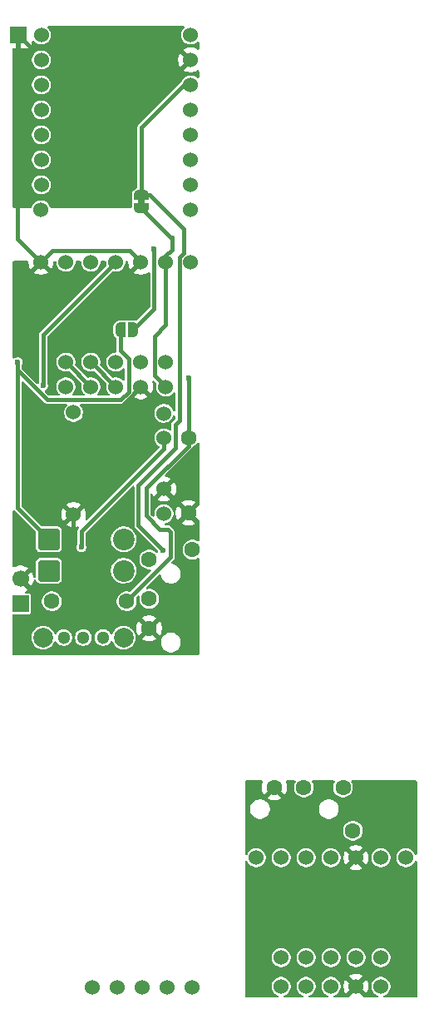
<source format=gbl>
G04 #@! TF.GenerationSoftware,KiCad,Pcbnew,9.0.2*
G04 #@! TF.CreationDate,2025-07-09T03:35:45-04:00*
G04 #@! TF.ProjectId,FBT,4642542e-6b69-4636-9164-5f7063625858,rev?*
G04 #@! TF.SameCoordinates,Original*
G04 #@! TF.FileFunction,Copper,L2,Bot*
G04 #@! TF.FilePolarity,Positive*
%FSLAX46Y46*%
G04 Gerber Fmt 4.6, Leading zero omitted, Abs format (unit mm)*
G04 Created by KiCad (PCBNEW 9.0.2) date 2025-07-09 03:35:45*
%MOMM*%
%LPD*%
G01*
G04 APERTURE LIST*
G04 Aperture macros list*
%AMRoundRect*
0 Rectangle with rounded corners*
0 $1 Rounding radius*
0 $2 $3 $4 $5 $6 $7 $8 $9 X,Y pos of 4 corners*
0 Add a 4 corners polygon primitive as box body*
4,1,4,$2,$3,$4,$5,$6,$7,$8,$9,$2,$3,0*
0 Add four circle primitives for the rounded corners*
1,1,$1+$1,$2,$3*
1,1,$1+$1,$4,$5*
1,1,$1+$1,$6,$7*
1,1,$1+$1,$8,$9*
0 Add four rect primitives between the rounded corners*
20,1,$1+$1,$2,$3,$4,$5,0*
20,1,$1+$1,$4,$5,$6,$7,0*
20,1,$1+$1,$6,$7,$8,$9,0*
20,1,$1+$1,$8,$9,$2,$3,0*%
%AMFreePoly0*
4,1,23,0.500000,-0.750000,0.000000,-0.750000,0.000000,-0.745722,-0.065263,-0.745722,-0.191342,-0.711940,-0.304381,-0.646677,-0.396677,-0.554381,-0.461940,-0.441342,-0.495722,-0.315263,-0.495722,-0.250000,-0.500000,-0.250000,-0.500000,0.250000,-0.495722,0.250000,-0.495722,0.315263,-0.461940,0.441342,-0.396677,0.554381,-0.304381,0.646677,-0.191342,0.711940,-0.065263,0.745722,0.000000,0.745722,
0.000000,0.750000,0.500000,0.750000,0.500000,-0.750000,0.500000,-0.750000,$1*%
%AMFreePoly1*
4,1,23,0.000000,0.745722,0.065263,0.745722,0.191342,0.711940,0.304381,0.646677,0.396677,0.554381,0.461940,0.441342,0.495722,0.315263,0.495722,0.250000,0.500000,0.250000,0.500000,-0.250000,0.495722,-0.250000,0.495722,-0.315263,0.461940,-0.441342,0.396677,-0.554381,0.304381,-0.646677,0.191342,-0.711940,0.065263,-0.745722,0.000000,-0.745722,0.000000,-0.750000,-0.500000,-0.750000,
-0.500000,0.750000,0.000000,0.750000,0.000000,0.745722,0.000000,0.745722,$1*%
G04 Aperture macros list end*
G04 #@! TA.AperFunction,EtchedComponent*
%ADD10C,0.000000*%
G04 #@! TD*
G04 #@! TA.AperFunction,ComponentPad*
%ADD11R,1.700000X1.700000*%
G04 #@! TD*
G04 #@! TA.AperFunction,ComponentPad*
%ADD12C,2.000000*%
G04 #@! TD*
G04 #@! TA.AperFunction,ComponentPad*
%ADD13C,1.300000*%
G04 #@! TD*
G04 #@! TA.AperFunction,ComponentPad*
%ADD14C,1.524000*%
G04 #@! TD*
G04 #@! TA.AperFunction,ComponentPad*
%ADD15C,1.600000*%
G04 #@! TD*
G04 #@! TA.AperFunction,ComponentPad*
%ADD16RoundRect,0.249999X-0.850001X-0.850001X0.850001X-0.850001X0.850001X0.850001X-0.850001X0.850001X0*%
G04 #@! TD*
G04 #@! TA.AperFunction,ComponentPad*
%ADD17C,2.200000*%
G04 #@! TD*
G04 #@! TA.AperFunction,ComponentPad*
%ADD18C,1.700000*%
G04 #@! TD*
G04 #@! TA.AperFunction,SMDPad,CuDef*
%ADD19FreePoly0,270.000000*%
G04 #@! TD*
G04 #@! TA.AperFunction,SMDPad,CuDef*
%ADD20FreePoly1,270.000000*%
G04 #@! TD*
G04 #@! TA.AperFunction,SMDPad,CuDef*
%ADD21FreePoly0,180.000000*%
G04 #@! TD*
G04 #@! TA.AperFunction,SMDPad,CuDef*
%ADD22FreePoly1,180.000000*%
G04 #@! TD*
G04 #@! TA.AperFunction,ViaPad*
%ADD23C,0.600000*%
G04 #@! TD*
G04 #@! TA.AperFunction,Conductor*
%ADD24C,0.400000*%
G04 #@! TD*
G04 APERTURE END LIST*
D10*
G04 #@! TA.AperFunction,EtchedComponent*
G36*
X105400000Y-65700000D02*
G01*
X104800000Y-65700000D01*
X104800000Y-65200000D01*
X105400000Y-65200000D01*
X105400000Y-65700000D01*
G37*
G04 #@! TD.AperFunction*
D11*
X92600000Y-48500000D03*
D12*
X95100000Y-109800000D03*
X103300000Y-109800000D03*
D13*
X97200000Y-109800000D03*
X99200000Y-109800000D03*
X101200000Y-109800000D03*
D14*
X110120000Y-71620000D03*
X107580000Y-71620000D03*
X105040000Y-71620000D03*
X102500000Y-71620000D03*
X99960000Y-71620000D03*
X97420000Y-71620000D03*
X94880000Y-71620000D03*
X97420000Y-81780000D03*
X99960000Y-81780000D03*
X102500000Y-81780000D03*
X105040000Y-81780000D03*
X107580000Y-81780000D03*
D15*
X105900000Y-101855000D03*
X105900000Y-105855000D03*
X105900000Y-108855000D03*
X110300000Y-100855000D03*
D16*
X95680000Y-103000000D03*
D17*
X103300000Y-103000000D03*
D15*
X103600000Y-106100000D03*
X95980000Y-106100000D03*
D14*
X132041012Y-132190514D03*
X129501012Y-132190514D03*
X126961012Y-132190514D03*
X124421012Y-132190514D03*
X121881012Y-132190514D03*
X119341012Y-132190514D03*
X116801012Y-132190514D03*
X119341012Y-142350514D03*
X121881012Y-142350514D03*
X124421012Y-142350514D03*
X126961012Y-142350514D03*
X129501012Y-142350514D03*
X98200000Y-86900000D03*
X98200000Y-97300000D03*
X107400000Y-97200000D03*
X107400000Y-94700000D03*
X107400000Y-89500000D03*
X107400000Y-87000000D03*
D11*
X92800000Y-106375000D03*
D18*
X92800000Y-103835000D03*
D16*
X95680000Y-99800000D03*
D17*
X103300000Y-99800000D03*
D15*
X125645101Y-125049412D03*
X121645101Y-125049412D03*
X118645101Y-125049412D03*
X126645101Y-129449412D03*
X109900000Y-97110000D03*
X109900000Y-89490000D03*
D14*
X110300000Y-145370000D03*
X107760000Y-145370000D03*
X105220000Y-145370000D03*
X102680000Y-145370000D03*
X100140000Y-145370000D03*
X94920000Y-48510000D03*
X94920000Y-51050000D03*
X94920000Y-53590000D03*
X94920000Y-56130000D03*
X94920000Y-58670000D03*
X94920000Y-61210000D03*
X94920000Y-63750000D03*
X94880000Y-66290000D03*
X110120000Y-66290000D03*
X110120000Y-63750000D03*
X110120000Y-61210000D03*
X110120000Y-58670000D03*
X110120000Y-56130000D03*
X110120000Y-53590000D03*
X110120000Y-51050000D03*
X110120000Y-48510000D03*
X107580000Y-84300000D03*
X105040000Y-84300000D03*
X102500000Y-84300000D03*
X99960000Y-84300000D03*
X97420000Y-84300000D03*
D19*
X105100000Y-64800000D03*
D20*
X105100000Y-66100000D03*
D14*
X129500000Y-145270000D03*
X126960000Y-145270000D03*
X124420000Y-145270000D03*
X121880000Y-145270000D03*
X119340000Y-145270000D03*
D21*
X104250000Y-78500000D03*
D22*
X102950000Y-78500000D03*
D23*
X107300000Y-100900000D03*
X95100000Y-84200000D03*
X105500000Y-100400000D03*
X99000000Y-100600000D03*
X92500000Y-81800000D03*
X106400000Y-70300000D03*
X109900000Y-83400000D03*
D24*
X108957000Y-87743000D02*
X108563000Y-88137000D01*
X104800000Y-98400000D02*
X107300000Y-100900000D01*
X108563000Y-90537000D02*
X104800000Y-94300000D01*
X105100000Y-64800000D02*
X105955000Y-64800000D01*
X108957000Y-71138269D02*
X108957000Y-87743000D01*
X104800000Y-94300000D02*
X104800000Y-98400000D01*
X109410000Y-53590000D02*
X105100000Y-57900000D01*
X109400000Y-68245000D02*
X109400000Y-70695269D01*
X105100000Y-57900000D02*
X105100000Y-64800000D01*
X110120000Y-53590000D02*
X109410000Y-53590000D01*
X109400000Y-70695269D02*
X108957000Y-71138269D01*
X105955000Y-64800000D02*
X109400000Y-68245000D01*
X108563000Y-88137000D02*
X108563000Y-90537000D01*
X95100000Y-79020000D02*
X102500000Y-71620000D01*
X95100000Y-84200000D02*
X95100000Y-79020000D01*
X120380101Y-129089412D02*
X120380101Y-126839412D01*
X92500000Y-69240000D02*
X92500000Y-48600000D01*
X105040000Y-71620000D02*
X103877000Y-70457000D01*
X94258000Y-101400000D02*
X96707580Y-101400000D01*
X104500000Y-101400000D02*
X105500000Y-100400000D01*
X125360101Y-130589412D02*
X121880101Y-130589412D01*
X94880000Y-71620000D02*
X92500000Y-69240000D01*
X98200000Y-99907580D02*
X98200000Y-101091364D01*
X92800000Y-103800000D02*
X94100000Y-102500000D01*
X96043000Y-70457000D02*
X94880000Y-71620000D01*
X98508636Y-101400000D02*
X104500000Y-101400000D01*
X109900000Y-97110000D02*
X109810000Y-97110000D01*
X105900000Y-108855000D02*
X109700000Y-105055000D01*
X98200000Y-99907580D02*
X98200000Y-97300000D01*
X109700000Y-102529375D02*
X108900000Y-101729375D01*
X94100000Y-102500000D02*
X94100000Y-101558000D01*
X92500000Y-48600000D02*
X92600000Y-48500000D01*
X108743000Y-49673000D02*
X110120000Y-51050000D01*
X98200000Y-101091364D02*
X98508636Y-101400000D01*
X94100000Y-101558000D02*
X94258000Y-101400000D01*
X103877000Y-70457000D02*
X96043000Y-70457000D01*
X93773000Y-49673000D02*
X108743000Y-49673000D01*
X92800000Y-103900000D02*
X92800000Y-103800000D01*
X96707580Y-101400000D02*
X98200000Y-99907580D01*
X126960101Y-132189412D02*
X125360101Y-130589412D01*
X109700000Y-105055000D02*
X109700000Y-102529375D01*
X120380101Y-126839412D02*
X118630101Y-125089412D01*
X121880101Y-130589412D02*
X120380101Y-129089412D01*
X108900000Y-98110000D02*
X109900000Y-97110000D01*
X108900000Y-101729375D02*
X108900000Y-98110000D01*
X92600000Y-48500000D02*
X93773000Y-49673000D01*
X109810000Y-97110000D02*
X107400000Y-94700000D01*
X107400000Y-90600000D02*
X107400000Y-89500000D01*
X99000000Y-99000000D02*
X107400000Y-90600000D01*
X99000000Y-100600000D02*
X99000000Y-99000000D01*
X102950000Y-78500000D02*
X102950000Y-80585269D01*
X92500000Y-81800000D02*
X92500000Y-96620000D01*
X92500000Y-96620000D02*
X95680000Y-99800000D01*
X102950000Y-80585269D02*
X103800000Y-81435269D01*
X103800000Y-84800000D02*
X103000000Y-85600000D01*
X92500000Y-82591364D02*
X92500000Y-81800000D01*
X103000000Y-85600000D02*
X95508636Y-85600000D01*
X103800000Y-81435269D02*
X103800000Y-84800000D01*
X95508636Y-85600000D02*
X92500000Y-82591364D01*
X108100000Y-69100000D02*
X105100000Y-66100000D01*
X107580000Y-78020000D02*
X107580000Y-71620000D01*
X108200000Y-70360000D02*
X108200000Y-69100000D01*
X106417000Y-79183000D02*
X107580000Y-78020000D01*
X107580000Y-84300000D02*
X106417000Y-83137000D01*
X107580000Y-70980000D02*
X108200000Y-70360000D01*
X107580000Y-71620000D02*
X107580000Y-70980000D01*
X108200000Y-69100000D02*
X108100000Y-69100000D01*
X106417000Y-83137000D02*
X106417000Y-79183000D01*
X99960000Y-81780000D02*
X99980000Y-81780000D01*
X99980000Y-81780000D02*
X102500000Y-84300000D01*
X97420000Y-81780000D02*
X97440000Y-81780000D01*
X97440000Y-81780000D02*
X99960000Y-84300000D01*
X106400000Y-76350000D02*
X106400000Y-70300000D01*
X104250000Y-78500000D02*
X106400000Y-76350000D01*
X108100000Y-99100000D02*
X107800000Y-98800000D01*
X107000000Y-98800000D02*
X105600000Y-97400000D01*
X105600000Y-97400000D02*
X105600000Y-94600000D01*
X109900000Y-83400000D02*
X109900000Y-89490000D01*
X105600000Y-94600000D02*
X109900000Y-90300000D01*
X107800000Y-98800000D02*
X107000000Y-98800000D01*
X109900000Y-90300000D02*
X109900000Y-89490000D01*
X103600000Y-106100000D02*
X108100000Y-101600000D01*
X108100000Y-101600000D02*
X108100000Y-99100000D01*
G04 #@! TA.AperFunction,Conductor*
G36*
X117422465Y-124339597D02*
G01*
X117468220Y-124392401D01*
X117478164Y-124461559D01*
X117465911Y-124500207D01*
X117440345Y-124550380D01*
X117377110Y-124744994D01*
X117345101Y-124947094D01*
X117345101Y-125151729D01*
X117377110Y-125353829D01*
X117440345Y-125548443D01*
X117533242Y-125730762D01*
X117533248Y-125730771D01*
X117565624Y-125775333D01*
X117565625Y-125775334D01*
X118020836Y-125320122D01*
X118030196Y-125329482D01*
X118110006Y-125375560D01*
X118199023Y-125399412D01*
X119091179Y-125399412D01*
X119180196Y-125375560D01*
X119260006Y-125329482D01*
X119269365Y-125320123D01*
X119724575Y-125775333D01*
X119756960Y-125730761D01*
X119849856Y-125548443D01*
X119913091Y-125353829D01*
X119945101Y-125151729D01*
X119945101Y-124947094D01*
X119913091Y-124744994D01*
X119849856Y-124550380D01*
X119824291Y-124500207D01*
X119811395Y-124431538D01*
X119837671Y-124366797D01*
X119894777Y-124326540D01*
X119934776Y-124319912D01*
X120697258Y-124319912D01*
X120764297Y-124339597D01*
X120810052Y-124392401D01*
X120819996Y-124461559D01*
X120800360Y-124512803D01*
X120758472Y-124575491D01*
X120758465Y-124575504D01*
X120683051Y-124757572D01*
X120683048Y-124757582D01*
X120644601Y-124950868D01*
X120644601Y-124950871D01*
X120644601Y-125147953D01*
X120644601Y-125147955D01*
X120644600Y-125147955D01*
X120683048Y-125341241D01*
X120683051Y-125341251D01*
X120758465Y-125523319D01*
X120758472Y-125523332D01*
X120867961Y-125687193D01*
X120867964Y-125687197D01*
X121007315Y-125826548D01*
X121007319Y-125826551D01*
X121171180Y-125936040D01*
X121171193Y-125936047D01*
X121353261Y-126011461D01*
X121353266Y-126011463D01*
X121353270Y-126011463D01*
X121353271Y-126011464D01*
X121546557Y-126049912D01*
X121546560Y-126049912D01*
X121743644Y-126049912D01*
X121873683Y-126024044D01*
X121936936Y-126011463D01*
X122119015Y-125936044D01*
X122282883Y-125826551D01*
X122422240Y-125687194D01*
X122531733Y-125523326D01*
X122607152Y-125341247D01*
X122645601Y-125147953D01*
X122645601Y-124950871D01*
X122645601Y-124950868D01*
X122607153Y-124757582D01*
X122607152Y-124757581D01*
X122607152Y-124757577D01*
X122592939Y-124723264D01*
X122531736Y-124575504D01*
X122531729Y-124575491D01*
X122489842Y-124512803D01*
X122468964Y-124446126D01*
X122487448Y-124378745D01*
X122539427Y-124332055D01*
X122592944Y-124319912D01*
X124697258Y-124319912D01*
X124764297Y-124339597D01*
X124810052Y-124392401D01*
X124819996Y-124461559D01*
X124800360Y-124512803D01*
X124758472Y-124575491D01*
X124758465Y-124575504D01*
X124683051Y-124757572D01*
X124683048Y-124757582D01*
X124644601Y-124950868D01*
X124644601Y-124950871D01*
X124644601Y-125147953D01*
X124644601Y-125147955D01*
X124644600Y-125147955D01*
X124683048Y-125341241D01*
X124683051Y-125341251D01*
X124758465Y-125523319D01*
X124758472Y-125523332D01*
X124867961Y-125687193D01*
X124867964Y-125687197D01*
X125007315Y-125826548D01*
X125007319Y-125826551D01*
X125171180Y-125936040D01*
X125171193Y-125936047D01*
X125353261Y-126011461D01*
X125353266Y-126011463D01*
X125353270Y-126011463D01*
X125353271Y-126011464D01*
X125546557Y-126049912D01*
X125546560Y-126049912D01*
X125743644Y-126049912D01*
X125873683Y-126024044D01*
X125936936Y-126011463D01*
X126119015Y-125936044D01*
X126282883Y-125826551D01*
X126422240Y-125687194D01*
X126531733Y-125523326D01*
X126607152Y-125341247D01*
X126645601Y-125147953D01*
X126645601Y-124950871D01*
X126645601Y-124950868D01*
X126607153Y-124757582D01*
X126607152Y-124757581D01*
X126607152Y-124757577D01*
X126592939Y-124723264D01*
X126531736Y-124575504D01*
X126531729Y-124575491D01*
X126489842Y-124512803D01*
X126468964Y-124446126D01*
X126487448Y-124378745D01*
X126539427Y-124332055D01*
X126592944Y-124319912D01*
X133045601Y-124319912D01*
X133112640Y-124339597D01*
X133158395Y-124392401D01*
X133169601Y-124443912D01*
X133169601Y-131776644D01*
X133149916Y-131843683D01*
X133097112Y-131889438D01*
X133027954Y-131899382D01*
X132964398Y-131870357D01*
X132931040Y-131824097D01*
X132893969Y-131734601D01*
X132788634Y-131576955D01*
X132654570Y-131442891D01*
X132496924Y-131337556D01*
X132321763Y-131265002D01*
X132321755Y-131265000D01*
X132135814Y-131228014D01*
X132135810Y-131228014D01*
X131946214Y-131228014D01*
X131946209Y-131228014D01*
X131760268Y-131265000D01*
X131760260Y-131265002D01*
X131585099Y-131337556D01*
X131427453Y-131442891D01*
X131293389Y-131576955D01*
X131188054Y-131734601D01*
X131115500Y-131909762D01*
X131115498Y-131909770D01*
X131078512Y-132095711D01*
X131078512Y-132285316D01*
X131115498Y-132471257D01*
X131115500Y-132471265D01*
X131188054Y-132646426D01*
X131293389Y-132804072D01*
X131427453Y-132938136D01*
X131532312Y-133008200D01*
X131585097Y-133043470D01*
X131760261Y-133116026D01*
X131946209Y-133153013D01*
X131946213Y-133153014D01*
X131946214Y-133153014D01*
X132135811Y-133153014D01*
X132135812Y-133153013D01*
X132321763Y-133116026D01*
X132496927Y-133043470D01*
X132654570Y-132938136D01*
X132788634Y-132804072D01*
X132893968Y-132646429D01*
X132931040Y-132556929D01*
X132974881Y-132502527D01*
X133041175Y-132480462D01*
X133108875Y-132497741D01*
X133156485Y-132548879D01*
X133169601Y-132604383D01*
X133169601Y-146294912D01*
X133149916Y-146361951D01*
X133097112Y-146407706D01*
X133045601Y-146418912D01*
X129864805Y-146418912D01*
X129797766Y-146399227D01*
X129752011Y-146346423D01*
X129742067Y-146277265D01*
X129771092Y-146213709D01*
X129817351Y-146180351D01*
X129955915Y-146122956D01*
X130113558Y-146017622D01*
X130247622Y-145883558D01*
X130352956Y-145725915D01*
X130425512Y-145550751D01*
X130462500Y-145364798D01*
X130462500Y-145175202D01*
X130462499Y-145175199D01*
X130462499Y-145175197D01*
X130425513Y-144989256D01*
X130425512Y-144989249D01*
X130352956Y-144814085D01*
X130317686Y-144761300D01*
X130247622Y-144656441D01*
X130113558Y-144522377D01*
X129955912Y-144417042D01*
X129780751Y-144344488D01*
X129780743Y-144344486D01*
X129594802Y-144307500D01*
X129594798Y-144307500D01*
X129405202Y-144307500D01*
X129405197Y-144307500D01*
X129219256Y-144344486D01*
X129219248Y-144344488D01*
X129044087Y-144417042D01*
X128886441Y-144522377D01*
X128752377Y-144656441D01*
X128647042Y-144814087D01*
X128574488Y-144989248D01*
X128574486Y-144989256D01*
X128537500Y-145175197D01*
X128537500Y-145364802D01*
X128574486Y-145550743D01*
X128574488Y-145550751D01*
X128647042Y-145725912D01*
X128752377Y-145883558D01*
X128886441Y-146017622D01*
X128991300Y-146087686D01*
X129044085Y-146122956D01*
X129182648Y-146180351D01*
X129237051Y-146224192D01*
X129259116Y-146290486D01*
X129241837Y-146358186D01*
X129190699Y-146405796D01*
X129135195Y-146418912D01*
X127785252Y-146418912D01*
X127718213Y-146399227D01*
X127672458Y-146346423D01*
X127670222Y-146333775D01*
X127048585Y-145712137D01*
X127133694Y-145689333D01*
X127236306Y-145630090D01*
X127320090Y-145546306D01*
X127379333Y-145443694D01*
X127402138Y-145358585D01*
X128012268Y-145968715D01*
X128039362Y-145931425D01*
X128129542Y-145754437D01*
X128190924Y-145565523D01*
X128190924Y-145565520D01*
X128222000Y-145369321D01*
X128222000Y-145170678D01*
X128190924Y-144974479D01*
X128190924Y-144974476D01*
X128129542Y-144785562D01*
X128039358Y-144608567D01*
X128012268Y-144571283D01*
X127402137Y-145181414D01*
X127379333Y-145096306D01*
X127320090Y-144993694D01*
X127236306Y-144909910D01*
X127133694Y-144850667D01*
X127048585Y-144827861D01*
X127658716Y-144217731D01*
X127658715Y-144217730D01*
X127621432Y-144190641D01*
X127444437Y-144100457D01*
X127255522Y-144039075D01*
X127059321Y-144008000D01*
X126860679Y-144008000D01*
X126664479Y-144039075D01*
X126664476Y-144039075D01*
X126475562Y-144100457D01*
X126298564Y-144190643D01*
X126261283Y-144217729D01*
X126261282Y-144217730D01*
X126871415Y-144827861D01*
X126786306Y-144850667D01*
X126683694Y-144909910D01*
X126599910Y-144993694D01*
X126540667Y-145096306D01*
X126517861Y-145181414D01*
X125907730Y-144571282D01*
X125907729Y-144571283D01*
X125880643Y-144608564D01*
X125790457Y-144785562D01*
X125729075Y-144974476D01*
X125729075Y-144974479D01*
X125698000Y-145170678D01*
X125698000Y-145369321D01*
X125729075Y-145565520D01*
X125729075Y-145565523D01*
X125790457Y-145754437D01*
X125880641Y-145931432D01*
X125907730Y-145968715D01*
X125907731Y-145968716D01*
X126517861Y-145358585D01*
X126540667Y-145443694D01*
X126599910Y-145546306D01*
X126683694Y-145630090D01*
X126786306Y-145689333D01*
X126871414Y-145712137D01*
X126247726Y-146335825D01*
X126244000Y-146353562D01*
X126194947Y-146403318D01*
X126134747Y-146418912D01*
X124784805Y-146418912D01*
X124717766Y-146399227D01*
X124672011Y-146346423D01*
X124662067Y-146277265D01*
X124691092Y-146213709D01*
X124737351Y-146180351D01*
X124875915Y-146122956D01*
X125033558Y-146017622D01*
X125167622Y-145883558D01*
X125272956Y-145725915D01*
X125345512Y-145550751D01*
X125382500Y-145364798D01*
X125382500Y-145175202D01*
X125382500Y-145175201D01*
X125382500Y-145175199D01*
X125345513Y-144989256D01*
X125345512Y-144989249D01*
X125272956Y-144814085D01*
X125237686Y-144761300D01*
X125167622Y-144656441D01*
X125033558Y-144522377D01*
X124875912Y-144417042D01*
X124785400Y-144379551D01*
X124700751Y-144344488D01*
X124700743Y-144344486D01*
X124514802Y-144307500D01*
X124514798Y-144307500D01*
X124325202Y-144307500D01*
X124325197Y-144307500D01*
X124139256Y-144344486D01*
X124139248Y-144344488D01*
X123964087Y-144417042D01*
X123806441Y-144522377D01*
X123672377Y-144656441D01*
X123567042Y-144814087D01*
X123494488Y-144989248D01*
X123494486Y-144989256D01*
X123457500Y-145175197D01*
X123457500Y-145364802D01*
X123494486Y-145550743D01*
X123494488Y-145550751D01*
X123567042Y-145725912D01*
X123672377Y-145883558D01*
X123806441Y-146017622D01*
X123911300Y-146087686D01*
X123964085Y-146122956D01*
X124102648Y-146180351D01*
X124157051Y-146224192D01*
X124179116Y-146290486D01*
X124161837Y-146358186D01*
X124110699Y-146405796D01*
X124055195Y-146418912D01*
X122244805Y-146418912D01*
X122177766Y-146399227D01*
X122132011Y-146346423D01*
X122122067Y-146277265D01*
X122151092Y-146213709D01*
X122197351Y-146180351D01*
X122335915Y-146122956D01*
X122493558Y-146017622D01*
X122627622Y-145883558D01*
X122732956Y-145725915D01*
X122805512Y-145550751D01*
X122842500Y-145364798D01*
X122842500Y-145175202D01*
X122842499Y-145175199D01*
X122842499Y-145175197D01*
X122805513Y-144989256D01*
X122805512Y-144989249D01*
X122732956Y-144814085D01*
X122697686Y-144761300D01*
X122627622Y-144656441D01*
X122493558Y-144522377D01*
X122335912Y-144417042D01*
X122160751Y-144344488D01*
X122160743Y-144344486D01*
X121974802Y-144307500D01*
X121974798Y-144307500D01*
X121785202Y-144307500D01*
X121785197Y-144307500D01*
X121599256Y-144344486D01*
X121599248Y-144344488D01*
X121424087Y-144417042D01*
X121266441Y-144522377D01*
X121132377Y-144656441D01*
X121027042Y-144814087D01*
X120954488Y-144989248D01*
X120954486Y-144989256D01*
X120917500Y-145175197D01*
X120917500Y-145364802D01*
X120954486Y-145550743D01*
X120954488Y-145550751D01*
X121027042Y-145725912D01*
X121132377Y-145883558D01*
X121266441Y-146017622D01*
X121371300Y-146087686D01*
X121424085Y-146122956D01*
X121562648Y-146180351D01*
X121617051Y-146224192D01*
X121639116Y-146290486D01*
X121621837Y-146358186D01*
X121570699Y-146405796D01*
X121515195Y-146418912D01*
X119704805Y-146418912D01*
X119637766Y-146399227D01*
X119592011Y-146346423D01*
X119582067Y-146277265D01*
X119611092Y-146213709D01*
X119657351Y-146180351D01*
X119795915Y-146122956D01*
X119953558Y-146017622D01*
X120087622Y-145883558D01*
X120192956Y-145725915D01*
X120265512Y-145550751D01*
X120302500Y-145364798D01*
X120302500Y-145175202D01*
X120302499Y-145175199D01*
X120302499Y-145175197D01*
X120265513Y-144989256D01*
X120265512Y-144989249D01*
X120192956Y-144814085D01*
X120157686Y-144761300D01*
X120087622Y-144656441D01*
X119953558Y-144522377D01*
X119795912Y-144417042D01*
X119620751Y-144344488D01*
X119620743Y-144344486D01*
X119434802Y-144307500D01*
X119434798Y-144307500D01*
X119245202Y-144307500D01*
X119245197Y-144307500D01*
X119059256Y-144344486D01*
X119059248Y-144344488D01*
X118884087Y-144417042D01*
X118726441Y-144522377D01*
X118592377Y-144656441D01*
X118487042Y-144814087D01*
X118414488Y-144989248D01*
X118414486Y-144989256D01*
X118377500Y-145175197D01*
X118377500Y-145364802D01*
X118414486Y-145550743D01*
X118414488Y-145550751D01*
X118487042Y-145725912D01*
X118592377Y-145883558D01*
X118726441Y-146017622D01*
X118831300Y-146087686D01*
X118884085Y-146122956D01*
X119022648Y-146180351D01*
X119077051Y-146224192D01*
X119099116Y-146290486D01*
X119081837Y-146358186D01*
X119030699Y-146405796D01*
X118975195Y-146418912D01*
X115794601Y-146418912D01*
X115727562Y-146399227D01*
X115681807Y-146346423D01*
X115670601Y-146294912D01*
X115670601Y-142255711D01*
X118378512Y-142255711D01*
X118378512Y-142445316D01*
X118415498Y-142631257D01*
X118415500Y-142631265D01*
X118488054Y-142806426D01*
X118593389Y-142964072D01*
X118727453Y-143098136D01*
X118832312Y-143168200D01*
X118885097Y-143203470D01*
X119060261Y-143276026D01*
X119246209Y-143313013D01*
X119246213Y-143313014D01*
X119246214Y-143313014D01*
X119435811Y-143313014D01*
X119435812Y-143313013D01*
X119621763Y-143276026D01*
X119796927Y-143203470D01*
X119954570Y-143098136D01*
X120088634Y-142964072D01*
X120193968Y-142806429D01*
X120266524Y-142631265D01*
X120303512Y-142445312D01*
X120303512Y-142255716D01*
X120303511Y-142255711D01*
X120918512Y-142255711D01*
X120918512Y-142445316D01*
X120955498Y-142631257D01*
X120955500Y-142631265D01*
X121028054Y-142806426D01*
X121133389Y-142964072D01*
X121267453Y-143098136D01*
X121372312Y-143168200D01*
X121425097Y-143203470D01*
X121600261Y-143276026D01*
X121786209Y-143313013D01*
X121786213Y-143313014D01*
X121786214Y-143313014D01*
X121975811Y-143313014D01*
X121975812Y-143313013D01*
X122161763Y-143276026D01*
X122336927Y-143203470D01*
X122494570Y-143098136D01*
X122628634Y-142964072D01*
X122733968Y-142806429D01*
X122806524Y-142631265D01*
X122843512Y-142445312D01*
X122843512Y-142255716D01*
X122843511Y-142255711D01*
X123458512Y-142255711D01*
X123458512Y-142445316D01*
X123495498Y-142631257D01*
X123495500Y-142631265D01*
X123568054Y-142806426D01*
X123673389Y-142964072D01*
X123807453Y-143098136D01*
X123912312Y-143168200D01*
X123965097Y-143203470D01*
X124140261Y-143276026D01*
X124326209Y-143313013D01*
X124326213Y-143313014D01*
X124326214Y-143313014D01*
X124515811Y-143313014D01*
X124515812Y-143313013D01*
X124701763Y-143276026D01*
X124876927Y-143203470D01*
X125034570Y-143098136D01*
X125168634Y-142964072D01*
X125273968Y-142806429D01*
X125346524Y-142631265D01*
X125383512Y-142445312D01*
X125383512Y-142255716D01*
X125383511Y-142255711D01*
X125998512Y-142255711D01*
X125998512Y-142445316D01*
X126035498Y-142631257D01*
X126035500Y-142631265D01*
X126108054Y-142806426D01*
X126213389Y-142964072D01*
X126347453Y-143098136D01*
X126452312Y-143168200D01*
X126505097Y-143203470D01*
X126680261Y-143276026D01*
X126866209Y-143313013D01*
X126866213Y-143313014D01*
X126866214Y-143313014D01*
X127055811Y-143313014D01*
X127055812Y-143313013D01*
X127241763Y-143276026D01*
X127416927Y-143203470D01*
X127574570Y-143098136D01*
X127708634Y-142964072D01*
X127813968Y-142806429D01*
X127886524Y-142631265D01*
X127923512Y-142445312D01*
X127923512Y-142255716D01*
X127923511Y-142255711D01*
X128538512Y-142255711D01*
X128538512Y-142445316D01*
X128575498Y-142631257D01*
X128575500Y-142631265D01*
X128648054Y-142806426D01*
X128753389Y-142964072D01*
X128887453Y-143098136D01*
X128992312Y-143168200D01*
X129045097Y-143203470D01*
X129220261Y-143276026D01*
X129406209Y-143313013D01*
X129406213Y-143313014D01*
X129406214Y-143313014D01*
X129595811Y-143313014D01*
X129595812Y-143313013D01*
X129781763Y-143276026D01*
X129956927Y-143203470D01*
X130114570Y-143098136D01*
X130248634Y-142964072D01*
X130353968Y-142806429D01*
X130426524Y-142631265D01*
X130463512Y-142445312D01*
X130463512Y-142255716D01*
X130426524Y-142069763D01*
X130353968Y-141894599D01*
X130318698Y-141841814D01*
X130248634Y-141736955D01*
X130114570Y-141602891D01*
X129956924Y-141497556D01*
X129781763Y-141425002D01*
X129781755Y-141425000D01*
X129595814Y-141388014D01*
X129595810Y-141388014D01*
X129406214Y-141388014D01*
X129406209Y-141388014D01*
X129220268Y-141425000D01*
X129220260Y-141425002D01*
X129045099Y-141497556D01*
X128887453Y-141602891D01*
X128753389Y-141736955D01*
X128648054Y-141894601D01*
X128575500Y-142069762D01*
X128575498Y-142069770D01*
X128538512Y-142255711D01*
X127923511Y-142255711D01*
X127886524Y-142069763D01*
X127813968Y-141894599D01*
X127778698Y-141841814D01*
X127708634Y-141736955D01*
X127574570Y-141602891D01*
X127416924Y-141497556D01*
X127241763Y-141425002D01*
X127241755Y-141425000D01*
X127055814Y-141388014D01*
X127055810Y-141388014D01*
X126866214Y-141388014D01*
X126866209Y-141388014D01*
X126680268Y-141425000D01*
X126680260Y-141425002D01*
X126505099Y-141497556D01*
X126347453Y-141602891D01*
X126213389Y-141736955D01*
X126108054Y-141894601D01*
X126035500Y-142069762D01*
X126035498Y-142069770D01*
X125998512Y-142255711D01*
X125383511Y-142255711D01*
X125346524Y-142069763D01*
X125273968Y-141894599D01*
X125238698Y-141841814D01*
X125168634Y-141736955D01*
X125034570Y-141602891D01*
X124876924Y-141497556D01*
X124701763Y-141425002D01*
X124701755Y-141425000D01*
X124515814Y-141388014D01*
X124515810Y-141388014D01*
X124326214Y-141388014D01*
X124326209Y-141388014D01*
X124140268Y-141425000D01*
X124140260Y-141425002D01*
X123965099Y-141497556D01*
X123807453Y-141602891D01*
X123673389Y-141736955D01*
X123568054Y-141894601D01*
X123495500Y-142069762D01*
X123495498Y-142069770D01*
X123458512Y-142255711D01*
X122843511Y-142255711D01*
X122806524Y-142069763D01*
X122733968Y-141894599D01*
X122698698Y-141841814D01*
X122628634Y-141736955D01*
X122494570Y-141602891D01*
X122336924Y-141497556D01*
X122161763Y-141425002D01*
X122161755Y-141425000D01*
X121975814Y-141388014D01*
X121975810Y-141388014D01*
X121786214Y-141388014D01*
X121786209Y-141388014D01*
X121600268Y-141425000D01*
X121600260Y-141425002D01*
X121425099Y-141497556D01*
X121267453Y-141602891D01*
X121133389Y-141736955D01*
X121028054Y-141894601D01*
X120955500Y-142069762D01*
X120955498Y-142069770D01*
X120918512Y-142255711D01*
X120303511Y-142255711D01*
X120266524Y-142069763D01*
X120193968Y-141894599D01*
X120158698Y-141841814D01*
X120088634Y-141736955D01*
X119954570Y-141602891D01*
X119796924Y-141497556D01*
X119621763Y-141425002D01*
X119621755Y-141425000D01*
X119435814Y-141388014D01*
X119435810Y-141388014D01*
X119246214Y-141388014D01*
X119246209Y-141388014D01*
X119060268Y-141425000D01*
X119060260Y-141425002D01*
X118885099Y-141497556D01*
X118727453Y-141602891D01*
X118593389Y-141736955D01*
X118488054Y-141894601D01*
X118415500Y-142069762D01*
X118415498Y-142069770D01*
X118378512Y-142255711D01*
X115670601Y-142255711D01*
X115670601Y-132599984D01*
X115690286Y-132532945D01*
X115743090Y-132487190D01*
X115812248Y-132477246D01*
X115875804Y-132506271D01*
X115909162Y-132552531D01*
X115948054Y-132646427D01*
X116053389Y-132804072D01*
X116187453Y-132938136D01*
X116292312Y-133008200D01*
X116345097Y-133043470D01*
X116520261Y-133116026D01*
X116706209Y-133153013D01*
X116706213Y-133153014D01*
X116706214Y-133153014D01*
X116895811Y-133153014D01*
X116895812Y-133153013D01*
X117081763Y-133116026D01*
X117256927Y-133043470D01*
X117414570Y-132938136D01*
X117548634Y-132804072D01*
X117653968Y-132646429D01*
X117726524Y-132471265D01*
X117763512Y-132285312D01*
X117763512Y-132095716D01*
X117763511Y-132095713D01*
X117763511Y-132095711D01*
X118378512Y-132095711D01*
X118378512Y-132285316D01*
X118415498Y-132471257D01*
X118415500Y-132471265D01*
X118488054Y-132646426D01*
X118593389Y-132804072D01*
X118727453Y-132938136D01*
X118832312Y-133008200D01*
X118885097Y-133043470D01*
X119060261Y-133116026D01*
X119246209Y-133153013D01*
X119246213Y-133153014D01*
X119246214Y-133153014D01*
X119435811Y-133153014D01*
X119435812Y-133153013D01*
X119621763Y-133116026D01*
X119796927Y-133043470D01*
X119954570Y-132938136D01*
X120088634Y-132804072D01*
X120193968Y-132646429D01*
X120266524Y-132471265D01*
X120303512Y-132285312D01*
X120303512Y-132095716D01*
X120303511Y-132095713D01*
X120303511Y-132095711D01*
X120918512Y-132095711D01*
X120918512Y-132285316D01*
X120955498Y-132471257D01*
X120955500Y-132471265D01*
X121028054Y-132646426D01*
X121133389Y-132804072D01*
X121267453Y-132938136D01*
X121372312Y-133008200D01*
X121425097Y-133043470D01*
X121600261Y-133116026D01*
X121786209Y-133153013D01*
X121786213Y-133153014D01*
X121786214Y-133153014D01*
X121975811Y-133153014D01*
X121975812Y-133153013D01*
X122161763Y-133116026D01*
X122336927Y-133043470D01*
X122494570Y-132938136D01*
X122628634Y-132804072D01*
X122733968Y-132646429D01*
X122806524Y-132471265D01*
X122843512Y-132285312D01*
X122843512Y-132095716D01*
X122843511Y-132095713D01*
X122843511Y-132095711D01*
X123458512Y-132095711D01*
X123458512Y-132285316D01*
X123495498Y-132471257D01*
X123495500Y-132471265D01*
X123568054Y-132646426D01*
X123673389Y-132804072D01*
X123807453Y-132938136D01*
X123912312Y-133008200D01*
X123965097Y-133043470D01*
X124140261Y-133116026D01*
X124326209Y-133153013D01*
X124326213Y-133153014D01*
X124326214Y-133153014D01*
X124515811Y-133153014D01*
X124515812Y-133153013D01*
X124701763Y-133116026D01*
X124876927Y-133043470D01*
X125034570Y-132938136D01*
X125168634Y-132804072D01*
X125273968Y-132646429D01*
X125346524Y-132471265D01*
X125383512Y-132285312D01*
X125383512Y-132095716D01*
X125383512Y-132095715D01*
X125383512Y-132095713D01*
X125382613Y-132091192D01*
X125699012Y-132091192D01*
X125699012Y-132289835D01*
X125730087Y-132486034D01*
X125730087Y-132486037D01*
X125791469Y-132674951D01*
X125881653Y-132851946D01*
X125908742Y-132889229D01*
X125908743Y-132889230D01*
X126518873Y-132279099D01*
X126541679Y-132364208D01*
X126600922Y-132466820D01*
X126684706Y-132550604D01*
X126787318Y-132609847D01*
X126872426Y-132632651D01*
X126262295Y-133242782D01*
X126262295Y-133242783D01*
X126299579Y-133269872D01*
X126476574Y-133360056D01*
X126665489Y-133421438D01*
X126861691Y-133452514D01*
X127060333Y-133452514D01*
X127256532Y-133421438D01*
X127256535Y-133421438D01*
X127445449Y-133360056D01*
X127622437Y-133269876D01*
X127659728Y-133242782D01*
X127049597Y-132632651D01*
X127134706Y-132609847D01*
X127237318Y-132550604D01*
X127321102Y-132466820D01*
X127380345Y-132364208D01*
X127403150Y-132279099D01*
X128013280Y-132889229D01*
X128040374Y-132851939D01*
X128130554Y-132674951D01*
X128191936Y-132486037D01*
X128191936Y-132486034D01*
X128223012Y-132289835D01*
X128223012Y-132095711D01*
X128538512Y-132095711D01*
X128538512Y-132285316D01*
X128575498Y-132471257D01*
X128575500Y-132471265D01*
X128648054Y-132646426D01*
X128753389Y-132804072D01*
X128887453Y-132938136D01*
X128992312Y-133008200D01*
X129045097Y-133043470D01*
X129220261Y-133116026D01*
X129406209Y-133153013D01*
X129406213Y-133153014D01*
X129406214Y-133153014D01*
X129595811Y-133153014D01*
X129595812Y-133153013D01*
X129781763Y-133116026D01*
X129956927Y-133043470D01*
X130114570Y-132938136D01*
X130248634Y-132804072D01*
X130353968Y-132646429D01*
X130426524Y-132471265D01*
X130463512Y-132285312D01*
X130463512Y-132095716D01*
X130463511Y-132095713D01*
X130463511Y-132095711D01*
X130426525Y-131909770D01*
X130426524Y-131909763D01*
X130353968Y-131734599D01*
X130318698Y-131681814D01*
X130248634Y-131576955D01*
X130114570Y-131442891D01*
X129956924Y-131337556D01*
X129781763Y-131265002D01*
X129781755Y-131265000D01*
X129595814Y-131228014D01*
X129595810Y-131228014D01*
X129406214Y-131228014D01*
X129406209Y-131228014D01*
X129220268Y-131265000D01*
X129220260Y-131265002D01*
X129045099Y-131337556D01*
X128887453Y-131442891D01*
X128753389Y-131576955D01*
X128648054Y-131734601D01*
X128575500Y-131909762D01*
X128575498Y-131909770D01*
X128538512Y-132095711D01*
X128223012Y-132095711D01*
X128223012Y-132091192D01*
X128191936Y-131894993D01*
X128191936Y-131894990D01*
X128130554Y-131706076D01*
X128040370Y-131529081D01*
X128013280Y-131491797D01*
X127403149Y-132101928D01*
X127380345Y-132016820D01*
X127321102Y-131914208D01*
X127237318Y-131830424D01*
X127134706Y-131771181D01*
X127049597Y-131748375D01*
X127659728Y-131138245D01*
X127659727Y-131138244D01*
X127622444Y-131111155D01*
X127445449Y-131020971D01*
X127256534Y-130959589D01*
X127060333Y-130928514D01*
X126861691Y-130928514D01*
X126665491Y-130959589D01*
X126665488Y-130959589D01*
X126476574Y-131020971D01*
X126299576Y-131111157D01*
X126262295Y-131138243D01*
X126262294Y-131138244D01*
X126872427Y-131748375D01*
X126787318Y-131771181D01*
X126684706Y-131830424D01*
X126600922Y-131914208D01*
X126541679Y-132016820D01*
X126518873Y-132101928D01*
X125908742Y-131491796D01*
X125908741Y-131491797D01*
X125881655Y-131529078D01*
X125791469Y-131706076D01*
X125730087Y-131894990D01*
X125730087Y-131894993D01*
X125699012Y-132091192D01*
X125382613Y-132091192D01*
X125346525Y-131909770D01*
X125346524Y-131909763D01*
X125273968Y-131734599D01*
X125238698Y-131681814D01*
X125168634Y-131576955D01*
X125034570Y-131442891D01*
X124876924Y-131337556D01*
X124786412Y-131300065D01*
X124701763Y-131265002D01*
X124701755Y-131265000D01*
X124515814Y-131228014D01*
X124515810Y-131228014D01*
X124326214Y-131228014D01*
X124326209Y-131228014D01*
X124140268Y-131265000D01*
X124140260Y-131265002D01*
X123965099Y-131337556D01*
X123807453Y-131442891D01*
X123673389Y-131576955D01*
X123568054Y-131734601D01*
X123495500Y-131909762D01*
X123495498Y-131909770D01*
X123458512Y-132095711D01*
X122843511Y-132095711D01*
X122806525Y-131909770D01*
X122806524Y-131909763D01*
X122733968Y-131734599D01*
X122698698Y-131681814D01*
X122628634Y-131576955D01*
X122494570Y-131442891D01*
X122336924Y-131337556D01*
X122161763Y-131265002D01*
X122161755Y-131265000D01*
X121975814Y-131228014D01*
X121975810Y-131228014D01*
X121786214Y-131228014D01*
X121786209Y-131228014D01*
X121600268Y-131265000D01*
X121600260Y-131265002D01*
X121425099Y-131337556D01*
X121267453Y-131442891D01*
X121133389Y-131576955D01*
X121028054Y-131734601D01*
X120955500Y-131909762D01*
X120955498Y-131909770D01*
X120918512Y-132095711D01*
X120303511Y-132095711D01*
X120266525Y-131909770D01*
X120266524Y-131909763D01*
X120193968Y-131734599D01*
X120158698Y-131681814D01*
X120088634Y-131576955D01*
X119954570Y-131442891D01*
X119796924Y-131337556D01*
X119621763Y-131265002D01*
X119621755Y-131265000D01*
X119435814Y-131228014D01*
X119435810Y-131228014D01*
X119246214Y-131228014D01*
X119246209Y-131228014D01*
X119060268Y-131265000D01*
X119060260Y-131265002D01*
X118885099Y-131337556D01*
X118727453Y-131442891D01*
X118593389Y-131576955D01*
X118488054Y-131734601D01*
X118415500Y-131909762D01*
X118415498Y-131909770D01*
X118378512Y-132095711D01*
X117763511Y-132095711D01*
X117726525Y-131909770D01*
X117726524Y-131909763D01*
X117653968Y-131734599D01*
X117618698Y-131681814D01*
X117548634Y-131576955D01*
X117414570Y-131442891D01*
X117256924Y-131337556D01*
X117081763Y-131265002D01*
X117081755Y-131265000D01*
X116895814Y-131228014D01*
X116895810Y-131228014D01*
X116706214Y-131228014D01*
X116706209Y-131228014D01*
X116520268Y-131265000D01*
X116520260Y-131265002D01*
X116345099Y-131337556D01*
X116187453Y-131442891D01*
X116053389Y-131576955D01*
X115948054Y-131734601D01*
X115909162Y-131828496D01*
X115865321Y-131882899D01*
X115799026Y-131904964D01*
X115731327Y-131887685D01*
X115683717Y-131836547D01*
X115670601Y-131781043D01*
X115670601Y-129547955D01*
X125644600Y-129547955D01*
X125683048Y-129741241D01*
X125683051Y-129741251D01*
X125758465Y-129923319D01*
X125758472Y-129923332D01*
X125867961Y-130087193D01*
X125867964Y-130087197D01*
X126007315Y-130226548D01*
X126007319Y-130226551D01*
X126171180Y-130336040D01*
X126171193Y-130336047D01*
X126353261Y-130411461D01*
X126353266Y-130411463D01*
X126353270Y-130411463D01*
X126353271Y-130411464D01*
X126546557Y-130449912D01*
X126546560Y-130449912D01*
X126743644Y-130449912D01*
X126873683Y-130424044D01*
X126936936Y-130411463D01*
X127119015Y-130336044D01*
X127282883Y-130226551D01*
X127422240Y-130087194D01*
X127531733Y-129923326D01*
X127607152Y-129741247D01*
X127645601Y-129547953D01*
X127645601Y-129350871D01*
X127645601Y-129350868D01*
X127607153Y-129157582D01*
X127607152Y-129157581D01*
X127607152Y-129157577D01*
X127607150Y-129157572D01*
X127531736Y-128975504D01*
X127531729Y-128975491D01*
X127422240Y-128811630D01*
X127422237Y-128811626D01*
X127282886Y-128672275D01*
X127282882Y-128672272D01*
X127119021Y-128562783D01*
X127119008Y-128562776D01*
X126936940Y-128487362D01*
X126936930Y-128487359D01*
X126743644Y-128448912D01*
X126743642Y-128448912D01*
X126546560Y-128448912D01*
X126546558Y-128448912D01*
X126353271Y-128487359D01*
X126353261Y-128487362D01*
X126171193Y-128562776D01*
X126171180Y-128562783D01*
X126007319Y-128672272D01*
X126007315Y-128672275D01*
X125867964Y-128811626D01*
X125867961Y-128811630D01*
X125758472Y-128975491D01*
X125758465Y-128975504D01*
X125683051Y-129157572D01*
X125683048Y-129157582D01*
X125644601Y-129350868D01*
X125644601Y-129350871D01*
X125644601Y-129547953D01*
X125644601Y-129547955D01*
X125644600Y-129547955D01*
X115670601Y-129547955D01*
X115670601Y-127347955D01*
X116194600Y-127347955D01*
X116233048Y-127541241D01*
X116233051Y-127541251D01*
X116308465Y-127723319D01*
X116308472Y-127723332D01*
X116417961Y-127887193D01*
X116417964Y-127887197D01*
X116557315Y-128026548D01*
X116557319Y-128026551D01*
X116721180Y-128136040D01*
X116721193Y-128136047D01*
X116903261Y-128211461D01*
X116903266Y-128211463D01*
X116903270Y-128211463D01*
X116903271Y-128211464D01*
X117096557Y-128249912D01*
X117096560Y-128249912D01*
X117293644Y-128249912D01*
X117423683Y-128224044D01*
X117486936Y-128211463D01*
X117669015Y-128136044D01*
X117832883Y-128026551D01*
X117972240Y-127887194D01*
X118081733Y-127723326D01*
X118157152Y-127541247D01*
X118195601Y-127347955D01*
X123194600Y-127347955D01*
X123233048Y-127541241D01*
X123233051Y-127541251D01*
X123308465Y-127723319D01*
X123308472Y-127723332D01*
X123417961Y-127887193D01*
X123417964Y-127887197D01*
X123557315Y-128026548D01*
X123557319Y-128026551D01*
X123721180Y-128136040D01*
X123721193Y-128136047D01*
X123903261Y-128211461D01*
X123903266Y-128211463D01*
X123903270Y-128211463D01*
X123903271Y-128211464D01*
X124096557Y-128249912D01*
X124096560Y-128249912D01*
X124293644Y-128249912D01*
X124423683Y-128224044D01*
X124486936Y-128211463D01*
X124669015Y-128136044D01*
X124832883Y-128026551D01*
X124972240Y-127887194D01*
X125081733Y-127723326D01*
X125157152Y-127541247D01*
X125195601Y-127347953D01*
X125195601Y-127150871D01*
X125195601Y-127150868D01*
X125157153Y-126957582D01*
X125157152Y-126957581D01*
X125157152Y-126957577D01*
X125157150Y-126957572D01*
X125081736Y-126775504D01*
X125081729Y-126775491D01*
X124972240Y-126611630D01*
X124972237Y-126611626D01*
X124832886Y-126472275D01*
X124832882Y-126472272D01*
X124669021Y-126362783D01*
X124669008Y-126362776D01*
X124486940Y-126287362D01*
X124486930Y-126287359D01*
X124293644Y-126248912D01*
X124293642Y-126248912D01*
X124096560Y-126248912D01*
X124096558Y-126248912D01*
X123903271Y-126287359D01*
X123903261Y-126287362D01*
X123721193Y-126362776D01*
X123721180Y-126362783D01*
X123557319Y-126472272D01*
X123557315Y-126472275D01*
X123417964Y-126611626D01*
X123417961Y-126611630D01*
X123308472Y-126775491D01*
X123308465Y-126775504D01*
X123233051Y-126957572D01*
X123233048Y-126957582D01*
X123194601Y-127150868D01*
X123194601Y-127150871D01*
X123194601Y-127347953D01*
X123194601Y-127347955D01*
X123194600Y-127347955D01*
X118195601Y-127347955D01*
X118195601Y-127347953D01*
X118195601Y-127150871D01*
X118195601Y-127150868D01*
X118157153Y-126957582D01*
X118157152Y-126957581D01*
X118157152Y-126957577D01*
X118157150Y-126957572D01*
X118081736Y-126775504D01*
X118081729Y-126775491D01*
X117972240Y-126611630D01*
X117972237Y-126611626D01*
X117832886Y-126472275D01*
X117832882Y-126472272D01*
X117669021Y-126362783D01*
X117669008Y-126362776D01*
X117486940Y-126287362D01*
X117486930Y-126287359D01*
X117293644Y-126248912D01*
X117293642Y-126248912D01*
X117096560Y-126248912D01*
X117096558Y-126248912D01*
X116903271Y-126287359D01*
X116903261Y-126287362D01*
X116721193Y-126362776D01*
X116721180Y-126362783D01*
X116557319Y-126472272D01*
X116557315Y-126472275D01*
X116417964Y-126611626D01*
X116417961Y-126611630D01*
X116308472Y-126775491D01*
X116308465Y-126775504D01*
X116233051Y-126957572D01*
X116233048Y-126957582D01*
X116194601Y-127150868D01*
X116194601Y-127150871D01*
X116194601Y-127347953D01*
X116194601Y-127347955D01*
X116194600Y-127347955D01*
X115670601Y-127347955D01*
X115670601Y-126128886D01*
X117919177Y-126128886D01*
X117963751Y-126161271D01*
X118146069Y-126254167D01*
X118340683Y-126317402D01*
X118542784Y-126349412D01*
X118747418Y-126349412D01*
X118949518Y-126317402D01*
X119144132Y-126254167D01*
X119326450Y-126161271D01*
X119371022Y-126128886D01*
X118645101Y-125402965D01*
X117919177Y-126128886D01*
X115670601Y-126128886D01*
X115670601Y-124443912D01*
X115690286Y-124376873D01*
X115743090Y-124331118D01*
X115794601Y-124319912D01*
X117355426Y-124319912D01*
X117422465Y-124339597D01*
G37*
G04 #@! TD.AperFunction*
G04 #@! TA.AperFunction,Conductor*
G36*
X106381510Y-83680777D02*
G01*
X106420922Y-83707315D01*
X106620623Y-83907016D01*
X106654108Y-83968339D01*
X106654559Y-84018888D01*
X106617500Y-84205197D01*
X106617500Y-84394802D01*
X106654486Y-84580743D01*
X106654488Y-84580751D01*
X106727042Y-84755912D01*
X106832377Y-84913558D01*
X106966441Y-85047622D01*
X107071300Y-85117686D01*
X107124085Y-85152956D01*
X107299249Y-85225512D01*
X107485197Y-85262499D01*
X107485201Y-85262500D01*
X107485202Y-85262500D01*
X107674799Y-85262500D01*
X107674800Y-85262499D01*
X107860751Y-85225512D01*
X108035915Y-85152956D01*
X108193558Y-85047622D01*
X108327622Y-84913558D01*
X108329396Y-84910902D01*
X108330685Y-84909824D01*
X108331486Y-84908850D01*
X108331670Y-84909001D01*
X108383007Y-84866097D01*
X108452331Y-84857387D01*
X108515360Y-84887540D01*
X108552081Y-84946982D01*
X108556500Y-84979791D01*
X108556500Y-86653513D01*
X108536815Y-86720552D01*
X108484011Y-86766307D01*
X108414853Y-86776251D01*
X108351297Y-86747226D01*
X108317939Y-86700966D01*
X108252957Y-86544087D01*
X108147622Y-86386441D01*
X108013558Y-86252377D01*
X107855912Y-86147042D01*
X107680751Y-86074488D01*
X107680743Y-86074486D01*
X107494802Y-86037500D01*
X107494798Y-86037500D01*
X107305202Y-86037500D01*
X107305197Y-86037500D01*
X107119256Y-86074486D01*
X107119248Y-86074488D01*
X106944087Y-86147042D01*
X106786441Y-86252377D01*
X106652377Y-86386441D01*
X106547042Y-86544087D01*
X106474488Y-86719248D01*
X106474486Y-86719256D01*
X106437500Y-86905197D01*
X106437500Y-87094802D01*
X106474486Y-87280743D01*
X106474488Y-87280751D01*
X106547042Y-87455912D01*
X106652377Y-87613558D01*
X106786441Y-87747622D01*
X106858436Y-87795727D01*
X106944085Y-87852956D01*
X106944086Y-87852956D01*
X106944087Y-87852957D01*
X106967126Y-87862500D01*
X107119249Y-87925512D01*
X107233185Y-87948175D01*
X107305197Y-87962499D01*
X107305201Y-87962500D01*
X107305202Y-87962500D01*
X107494799Y-87962500D01*
X107494800Y-87962499D01*
X107680751Y-87925512D01*
X107855915Y-87852956D01*
X108013558Y-87747622D01*
X108147622Y-87613558D01*
X108252956Y-87455915D01*
X108317939Y-87299032D01*
X108361780Y-87244630D01*
X108428074Y-87222565D01*
X108495774Y-87239844D01*
X108543384Y-87290982D01*
X108556500Y-87346486D01*
X108556500Y-87525745D01*
X108536815Y-87592784D01*
X108520181Y-87613426D01*
X108242522Y-87891084D01*
X108242518Y-87891090D01*
X108189793Y-87982410D01*
X108185810Y-87997279D01*
X108162500Y-88084273D01*
X108162500Y-88619909D01*
X108142815Y-88686948D01*
X108090011Y-88732703D01*
X108020853Y-88742647D01*
X107969610Y-88723012D01*
X107907938Y-88681805D01*
X107855915Y-88647044D01*
X107855912Y-88647042D01*
X107855911Y-88647042D01*
X107680751Y-88574488D01*
X107680743Y-88574486D01*
X107494802Y-88537500D01*
X107494798Y-88537500D01*
X107305202Y-88537500D01*
X107305197Y-88537500D01*
X107119256Y-88574486D01*
X107119248Y-88574488D01*
X106944087Y-88647042D01*
X106786441Y-88752377D01*
X106652377Y-88886441D01*
X106547042Y-89044087D01*
X106474488Y-89219248D01*
X106474486Y-89219256D01*
X106437500Y-89405197D01*
X106437500Y-89594802D01*
X106474486Y-89780743D01*
X106474488Y-89780751D01*
X106547042Y-89955912D01*
X106652377Y-90113558D01*
X106786441Y-90247622D01*
X106900320Y-90323713D01*
X106945125Y-90377325D01*
X106953832Y-90446650D01*
X106923678Y-90509677D01*
X106919110Y-90514496D01*
X99600174Y-97833432D01*
X99538851Y-97866917D01*
X99469159Y-97861933D01*
X99413226Y-97820061D01*
X99388809Y-97754597D01*
X99394562Y-97707432D01*
X99430925Y-97595519D01*
X99462000Y-97399321D01*
X99462000Y-97200678D01*
X99430924Y-97004479D01*
X99430924Y-97004476D01*
X99369542Y-96815562D01*
X99279358Y-96638567D01*
X99252268Y-96601283D01*
X98642138Y-97211415D01*
X98619333Y-97126306D01*
X98560090Y-97023694D01*
X98476306Y-96939910D01*
X98373694Y-96880667D01*
X98288585Y-96857861D01*
X98898716Y-96247731D01*
X98898715Y-96247730D01*
X98861432Y-96220641D01*
X98684437Y-96130457D01*
X98495522Y-96069075D01*
X98299321Y-96038000D01*
X98100679Y-96038000D01*
X97904479Y-96069075D01*
X97904476Y-96069075D01*
X97715562Y-96130457D01*
X97538564Y-96220643D01*
X97501283Y-96247729D01*
X97501282Y-96247730D01*
X98111415Y-96857861D01*
X98026306Y-96880667D01*
X97923694Y-96939910D01*
X97839910Y-97023694D01*
X97780667Y-97126306D01*
X97757861Y-97211414D01*
X97147730Y-96601282D01*
X97147729Y-96601283D01*
X97120643Y-96638564D01*
X97030457Y-96815562D01*
X96969075Y-97004476D01*
X96969075Y-97004479D01*
X96938000Y-97200678D01*
X96938000Y-97399321D01*
X96969075Y-97595520D01*
X96969075Y-97595523D01*
X97030457Y-97784437D01*
X97120641Y-97961432D01*
X97147730Y-97998715D01*
X97147731Y-97998716D01*
X97757861Y-97388585D01*
X97780667Y-97473694D01*
X97839910Y-97576306D01*
X97923694Y-97660090D01*
X98026306Y-97719333D01*
X98111415Y-97742138D01*
X97501283Y-98352268D01*
X97501283Y-98352269D01*
X97538567Y-98379358D01*
X97715562Y-98469542D01*
X97904477Y-98530924D01*
X98100679Y-98562000D01*
X98299321Y-98562000D01*
X98495519Y-98530925D01*
X98607432Y-98494562D01*
X98677274Y-98492567D01*
X98737107Y-98528647D01*
X98767935Y-98591348D01*
X98759971Y-98660762D01*
X98733433Y-98700174D01*
X98679519Y-98754088D01*
X98679518Y-98754090D01*
X98626792Y-98845412D01*
X98626793Y-98845413D01*
X98599500Y-98947273D01*
X98599500Y-100259460D01*
X98582887Y-100321460D01*
X98533609Y-100406810D01*
X98533609Y-100406811D01*
X98533608Y-100406813D01*
X98533608Y-100406814D01*
X98499500Y-100534108D01*
X98499500Y-100665892D01*
X98509783Y-100704270D01*
X98533608Y-100793187D01*
X98566554Y-100850250D01*
X98599500Y-100907314D01*
X98692686Y-101000500D01*
X98806814Y-101066392D01*
X98934108Y-101100500D01*
X98934110Y-101100500D01*
X99065890Y-101100500D01*
X99065892Y-101100500D01*
X99193186Y-101066392D01*
X99307314Y-101000500D01*
X99400500Y-100907314D01*
X99466392Y-100793186D01*
X99500500Y-100665892D01*
X99500500Y-100534108D01*
X99466392Y-100406814D01*
X99462169Y-100399500D01*
X99417113Y-100321460D01*
X99400500Y-100259460D01*
X99400500Y-99697648D01*
X101999500Y-99697648D01*
X101999500Y-99902351D01*
X102031522Y-100104534D01*
X102094781Y-100299223D01*
X102187715Y-100481613D01*
X102308028Y-100647213D01*
X102452786Y-100791971D01*
X102607749Y-100904556D01*
X102618390Y-100912287D01*
X102704739Y-100956284D01*
X102800776Y-101005218D01*
X102800778Y-101005218D01*
X102800781Y-101005220D01*
X102875049Y-101029351D01*
X102995465Y-101068477D01*
X103054707Y-101077860D01*
X103197648Y-101100500D01*
X103197649Y-101100500D01*
X103402351Y-101100500D01*
X103402352Y-101100500D01*
X103604534Y-101068477D01*
X103799219Y-101005220D01*
X103981610Y-100912287D01*
X104074590Y-100844732D01*
X104147213Y-100791971D01*
X104147215Y-100791968D01*
X104147219Y-100791966D01*
X104291966Y-100647219D01*
X104291968Y-100647215D01*
X104291971Y-100647213D01*
X104353038Y-100563160D01*
X104412287Y-100481610D01*
X104505220Y-100299219D01*
X104568477Y-100104534D01*
X104600500Y-99902352D01*
X104600500Y-99697648D01*
X104568477Y-99495466D01*
X104505220Y-99300781D01*
X104505218Y-99300778D01*
X104505218Y-99300776D01*
X104454124Y-99200500D01*
X104412287Y-99118390D01*
X104360618Y-99047273D01*
X104291971Y-98952786D01*
X104147213Y-98808028D01*
X103981613Y-98687715D01*
X103981612Y-98687714D01*
X103981610Y-98687713D01*
X103899571Y-98645912D01*
X103799223Y-98594781D01*
X103604534Y-98531522D01*
X103420371Y-98502354D01*
X103402352Y-98499500D01*
X103197648Y-98499500D01*
X103179635Y-98502353D01*
X102995465Y-98531522D01*
X102800776Y-98594781D01*
X102618386Y-98687715D01*
X102452786Y-98808028D01*
X102308028Y-98952786D01*
X102187715Y-99118386D01*
X102094781Y-99300776D01*
X102031522Y-99495465D01*
X101999500Y-99697648D01*
X99400500Y-99697648D01*
X99400500Y-99217254D01*
X99420185Y-99150215D01*
X99436814Y-99129578D01*
X104187819Y-94378572D01*
X104249142Y-94345088D01*
X104318834Y-94350072D01*
X104374767Y-94391944D01*
X104399184Y-94457408D01*
X104399500Y-94466254D01*
X104399500Y-98347273D01*
X104399500Y-98452727D01*
X104406679Y-98479520D01*
X104426793Y-98554589D01*
X104449998Y-98594780D01*
X104479520Y-98645913D01*
X104479522Y-98645915D01*
X106776005Y-100942398D01*
X106784022Y-100956284D01*
X106794206Y-100965542D01*
X106808099Y-100997986D01*
X106816503Y-101029351D01*
X106814840Y-101099201D01*
X106775677Y-101157063D01*
X106711448Y-101184567D01*
X106642546Y-101172980D01*
X106609047Y-101149125D01*
X106537785Y-101077863D01*
X106537781Y-101077860D01*
X106373920Y-100968371D01*
X106373907Y-100968364D01*
X106191839Y-100892950D01*
X106191829Y-100892947D01*
X105998543Y-100854500D01*
X105998541Y-100854500D01*
X105801459Y-100854500D01*
X105801457Y-100854500D01*
X105608170Y-100892947D01*
X105608160Y-100892950D01*
X105426092Y-100968364D01*
X105426079Y-100968371D01*
X105262218Y-101077860D01*
X105262214Y-101077863D01*
X105122863Y-101217214D01*
X105122860Y-101217218D01*
X105013371Y-101381079D01*
X105013364Y-101381092D01*
X104937950Y-101563160D01*
X104937947Y-101563170D01*
X104899500Y-101756456D01*
X104899500Y-101756459D01*
X104899500Y-101953541D01*
X104899500Y-101953543D01*
X104899499Y-101953543D01*
X104937947Y-102146829D01*
X104937950Y-102146839D01*
X105013364Y-102328907D01*
X105013371Y-102328920D01*
X105122860Y-102492781D01*
X105122863Y-102492785D01*
X105262214Y-102632136D01*
X105262218Y-102632139D01*
X105426079Y-102741628D01*
X105426092Y-102741635D01*
X105608160Y-102817049D01*
X105608165Y-102817051D01*
X105608169Y-102817051D01*
X105608170Y-102817052D01*
X105801456Y-102855500D01*
X105978744Y-102855500D01*
X106045783Y-102875185D01*
X106091538Y-102927989D01*
X106101482Y-102997147D01*
X106072457Y-103060703D01*
X106066425Y-103067181D01*
X104023835Y-105109770D01*
X103962512Y-105143255D01*
X103897994Y-105138641D01*
X103897668Y-105139718D01*
X103892921Y-105138278D01*
X103892820Y-105138271D01*
X103892559Y-105138168D01*
X103891833Y-105137948D01*
X103698543Y-105099500D01*
X103698541Y-105099500D01*
X103501459Y-105099500D01*
X103501457Y-105099500D01*
X103308170Y-105137947D01*
X103308160Y-105137950D01*
X103126092Y-105213364D01*
X103126079Y-105213371D01*
X102962218Y-105322860D01*
X102962214Y-105322863D01*
X102822863Y-105462214D01*
X102822860Y-105462218D01*
X102713371Y-105626079D01*
X102713364Y-105626092D01*
X102637950Y-105808160D01*
X102637947Y-105808170D01*
X102599500Y-106001456D01*
X102599500Y-106001459D01*
X102599500Y-106198541D01*
X102599500Y-106198543D01*
X102599499Y-106198543D01*
X102637947Y-106391829D01*
X102637950Y-106391839D01*
X102713364Y-106573907D01*
X102713371Y-106573920D01*
X102822860Y-106737781D01*
X102822863Y-106737785D01*
X102962214Y-106877136D01*
X102962218Y-106877139D01*
X103126079Y-106986628D01*
X103126092Y-106986635D01*
X103308160Y-107062049D01*
X103308165Y-107062051D01*
X103308169Y-107062051D01*
X103308170Y-107062052D01*
X103501456Y-107100500D01*
X103501459Y-107100500D01*
X103698543Y-107100500D01*
X103828582Y-107074632D01*
X103891835Y-107062051D01*
X104073914Y-106986632D01*
X104237782Y-106877139D01*
X104377139Y-106737782D01*
X104486632Y-106573914D01*
X104562051Y-106391835D01*
X104600500Y-106198541D01*
X104600500Y-106001459D01*
X104600500Y-106001456D01*
X104562052Y-105808171D01*
X104562052Y-105808170D01*
X104562051Y-105808165D01*
X104562047Y-105808157D01*
X104560284Y-105802342D01*
X104562316Y-105801725D01*
X104561208Y-105791413D01*
X104554225Y-105772690D01*
X104557553Y-105757388D01*
X104555881Y-105741815D01*
X104564829Y-105723942D01*
X104569077Y-105704417D01*
X104585771Y-105682115D01*
X104587162Y-105679339D01*
X104590200Y-105676191D01*
X104707186Y-105559205D01*
X104768507Y-105525722D01*
X104838199Y-105530706D01*
X104894132Y-105572578D01*
X104918549Y-105638042D01*
X104916482Y-105671079D01*
X104899500Y-105756454D01*
X104899500Y-105756459D01*
X104899500Y-105953541D01*
X104899500Y-105953543D01*
X104899499Y-105953543D01*
X104937947Y-106146829D01*
X104937950Y-106146839D01*
X105013364Y-106328907D01*
X105013371Y-106328920D01*
X105122860Y-106492781D01*
X105122863Y-106492785D01*
X105262214Y-106632136D01*
X105262218Y-106632139D01*
X105426079Y-106741628D01*
X105426092Y-106741635D01*
X105608160Y-106817049D01*
X105608165Y-106817051D01*
X105608169Y-106817051D01*
X105608170Y-106817052D01*
X105801456Y-106855500D01*
X105801459Y-106855500D01*
X105998543Y-106855500D01*
X106128582Y-106829632D01*
X106191835Y-106817051D01*
X106373914Y-106741632D01*
X106537782Y-106632139D01*
X106677139Y-106492782D01*
X106786632Y-106328914D01*
X106862051Y-106146835D01*
X106874632Y-106083582D01*
X106900500Y-105953543D01*
X106900500Y-105756456D01*
X106862052Y-105563170D01*
X106862051Y-105563169D01*
X106862051Y-105563165D01*
X106813839Y-105446769D01*
X106786635Y-105381092D01*
X106786628Y-105381079D01*
X106677139Y-105217218D01*
X106677136Y-105217214D01*
X106537785Y-105077863D01*
X106537781Y-105077860D01*
X106373920Y-104968371D01*
X106373907Y-104968364D01*
X106191839Y-104892950D01*
X106191829Y-104892947D01*
X105998543Y-104854500D01*
X105998541Y-104854500D01*
X105801459Y-104854500D01*
X105801454Y-104854500D01*
X105716079Y-104871482D01*
X105646487Y-104865255D01*
X105591310Y-104822391D01*
X105568066Y-104756501D01*
X105584134Y-104688505D01*
X105604203Y-104662188D01*
X106896199Y-103370192D01*
X106957520Y-103336709D01*
X107027212Y-103341693D01*
X107083145Y-103383565D01*
X107105495Y-103433683D01*
X107137947Y-103596829D01*
X107137950Y-103596839D01*
X107213364Y-103778907D01*
X107213371Y-103778920D01*
X107322860Y-103942781D01*
X107322863Y-103942785D01*
X107462214Y-104082136D01*
X107462218Y-104082139D01*
X107626079Y-104191628D01*
X107626092Y-104191635D01*
X107808160Y-104267049D01*
X107808165Y-104267051D01*
X107808169Y-104267051D01*
X107808170Y-104267052D01*
X108001456Y-104305500D01*
X108001459Y-104305500D01*
X108198543Y-104305500D01*
X108328582Y-104279632D01*
X108391835Y-104267051D01*
X108573914Y-104191632D01*
X108737782Y-104082139D01*
X108877139Y-103942782D01*
X108986632Y-103778914D01*
X109000306Y-103745903D01*
X109054573Y-103614888D01*
X109062051Y-103596835D01*
X109077560Y-103518869D01*
X109100500Y-103403543D01*
X109100500Y-103206456D01*
X109062052Y-103013170D01*
X109062051Y-103013169D01*
X109062051Y-103013165D01*
X109055416Y-102997147D01*
X108986635Y-102831092D01*
X108986628Y-102831079D01*
X108877139Y-102667218D01*
X108877136Y-102667214D01*
X108737785Y-102527863D01*
X108737781Y-102527860D01*
X108573920Y-102418371D01*
X108573907Y-102418364D01*
X108391839Y-102342950D01*
X108391829Y-102342947D01*
X108228684Y-102310495D01*
X108166773Y-102278110D01*
X108132199Y-102217394D01*
X108135940Y-102147624D01*
X108165195Y-102101197D01*
X108170663Y-102095729D01*
X108420480Y-101845913D01*
X108473207Y-101754588D01*
X108500500Y-101652727D01*
X108500500Y-101547273D01*
X108500500Y-99047273D01*
X108495942Y-99030263D01*
X108475183Y-98952786D01*
X108473208Y-98945413D01*
X108444525Y-98895734D01*
X108420480Y-98854087D01*
X108045913Y-98479520D01*
X107999505Y-98452726D01*
X107954589Y-98426793D01*
X107891914Y-98410000D01*
X107852727Y-98399500D01*
X107852726Y-98399500D01*
X107562313Y-98399500D01*
X107495274Y-98379815D01*
X107449519Y-98327011D01*
X107439575Y-98257853D01*
X107468600Y-98194297D01*
X107527378Y-98156523D01*
X107538122Y-98153883D01*
X107609806Y-98139623D01*
X107680751Y-98125512D01*
X107855915Y-98052956D01*
X108013558Y-97947622D01*
X108147622Y-97813558D01*
X108252956Y-97655915D01*
X108325512Y-97480751D01*
X108362500Y-97294798D01*
X108362500Y-97105202D01*
X108325512Y-96919249D01*
X108252956Y-96744085D01*
X108164010Y-96610968D01*
X108147622Y-96586441D01*
X108013558Y-96452377D01*
X107855912Y-96347042D01*
X107680751Y-96274488D01*
X107680743Y-96274486D01*
X107494802Y-96237500D01*
X107494798Y-96237500D01*
X107305202Y-96237500D01*
X107305197Y-96237500D01*
X107119256Y-96274486D01*
X107119248Y-96274488D01*
X106944087Y-96347042D01*
X106786441Y-96452377D01*
X106652377Y-96586441D01*
X106547042Y-96744087D01*
X106474488Y-96919248D01*
X106474486Y-96919256D01*
X106437500Y-97105197D01*
X106437500Y-97105202D01*
X106437500Y-97294798D01*
X106450319Y-97359244D01*
X106451191Y-97363627D01*
X106444963Y-97433219D01*
X106402099Y-97488396D01*
X106336209Y-97511640D01*
X106268212Y-97495572D01*
X106241892Y-97475499D01*
X106036819Y-97270426D01*
X106003334Y-97209103D01*
X106000500Y-97182745D01*
X106000500Y-95249618D01*
X106020185Y-95182579D01*
X106072989Y-95136824D01*
X106142147Y-95126880D01*
X106205703Y-95155905D01*
X106234985Y-95193323D01*
X106320641Y-95361432D01*
X106347730Y-95398715D01*
X106957861Y-94788584D01*
X106980667Y-94873694D01*
X107039910Y-94976306D01*
X107123694Y-95060090D01*
X107226306Y-95119333D01*
X107311414Y-95142137D01*
X106701283Y-95752268D01*
X106701283Y-95752269D01*
X106738567Y-95779358D01*
X106915562Y-95869542D01*
X107104477Y-95930924D01*
X107300679Y-95962000D01*
X107499321Y-95962000D01*
X107541560Y-95955310D01*
X107695520Y-95930924D01*
X107695523Y-95930924D01*
X107884437Y-95869542D01*
X108061425Y-95779362D01*
X108098716Y-95752268D01*
X107488585Y-95142137D01*
X107573694Y-95119333D01*
X107676306Y-95060090D01*
X107760090Y-94976306D01*
X107819333Y-94873694D01*
X107842138Y-94788585D01*
X108452268Y-95398715D01*
X108479362Y-95361425D01*
X108569542Y-95184437D01*
X108630924Y-94995523D01*
X108630924Y-94995520D01*
X108662000Y-94799321D01*
X108662000Y-94600678D01*
X108630924Y-94404479D01*
X108630924Y-94404476D01*
X108569542Y-94215562D01*
X108479358Y-94038567D01*
X108452268Y-94001283D01*
X107842137Y-94611414D01*
X107819333Y-94526306D01*
X107760090Y-94423694D01*
X107676306Y-94339910D01*
X107573694Y-94280667D01*
X107488584Y-94257861D01*
X108098715Y-93647730D01*
X108061432Y-93620641D01*
X107884437Y-93530457D01*
X107695522Y-93469075D01*
X107592129Y-93452699D01*
X107528995Y-93422769D01*
X107492064Y-93363458D01*
X107493062Y-93293595D01*
X107523845Y-93242547D01*
X110220480Y-90545913D01*
X110273207Y-90454587D01*
X110273207Y-90454586D01*
X110277271Y-90447548D01*
X110279359Y-90448754D01*
X110315507Y-90403893D01*
X110338776Y-90391185D01*
X110373914Y-90376632D01*
X110537782Y-90267139D01*
X110677139Y-90127782D01*
X110686643Y-90113558D01*
X110772398Y-89985217D01*
X110826010Y-89940412D01*
X110895335Y-89931705D01*
X110958362Y-89961859D01*
X110995082Y-90021302D01*
X110999500Y-90054108D01*
X110999500Y-96312690D01*
X110979815Y-96379729D01*
X110963181Y-96400371D01*
X110300000Y-97063552D01*
X110300000Y-97057339D01*
X110272741Y-96955606D01*
X110220080Y-96864394D01*
X110145606Y-96789920D01*
X110054394Y-96737259D01*
X109952661Y-96710000D01*
X109946446Y-96710000D01*
X110625922Y-96030524D01*
X110625921Y-96030523D01*
X110581359Y-95998147D01*
X110581350Y-95998141D01*
X110399031Y-95905244D01*
X110204417Y-95842009D01*
X110002317Y-95810000D01*
X109797683Y-95810000D01*
X109595582Y-95842009D01*
X109400968Y-95905244D01*
X109218644Y-95998143D01*
X109174077Y-96030523D01*
X109174077Y-96030524D01*
X109853554Y-96710000D01*
X109847339Y-96710000D01*
X109745606Y-96737259D01*
X109654394Y-96789920D01*
X109579920Y-96864394D01*
X109527259Y-96955606D01*
X109500000Y-97057339D01*
X109500000Y-97063553D01*
X108820524Y-96384077D01*
X108820523Y-96384077D01*
X108788143Y-96428644D01*
X108695244Y-96610968D01*
X108632009Y-96805582D01*
X108600000Y-97007682D01*
X108600000Y-97037582D01*
X108610087Y-97276008D01*
X108632009Y-97414417D01*
X108695244Y-97609031D01*
X108788141Y-97791350D01*
X108788147Y-97791359D01*
X108820523Y-97835921D01*
X108820524Y-97835922D01*
X109500000Y-97156446D01*
X109500000Y-97162661D01*
X109527259Y-97264394D01*
X109579920Y-97355606D01*
X109654394Y-97430080D01*
X109745606Y-97482741D01*
X109847339Y-97510000D01*
X109853553Y-97510000D01*
X109174076Y-98189474D01*
X109218650Y-98221859D01*
X109400968Y-98314755D01*
X109595582Y-98377990D01*
X109797683Y-98410000D01*
X110002317Y-98410000D01*
X110204417Y-98377990D01*
X110399031Y-98314755D01*
X110581349Y-98221859D01*
X110625921Y-98189474D01*
X109946447Y-97510000D01*
X109952661Y-97510000D01*
X110054394Y-97482741D01*
X110145606Y-97430080D01*
X110220080Y-97355606D01*
X110272741Y-97264394D01*
X110300000Y-97162661D01*
X110300000Y-97156447D01*
X110963181Y-97819628D01*
X110996666Y-97880951D01*
X110999500Y-97907309D01*
X110999500Y-99887111D01*
X110979815Y-99954150D01*
X110927011Y-99999905D01*
X110857853Y-100009849D01*
X110806610Y-99990214D01*
X110773918Y-99968370D01*
X110773907Y-99968364D01*
X110591839Y-99892950D01*
X110591829Y-99892947D01*
X110398543Y-99854500D01*
X110398541Y-99854500D01*
X110201459Y-99854500D01*
X110201457Y-99854500D01*
X110008170Y-99892947D01*
X110008160Y-99892950D01*
X109826092Y-99968364D01*
X109826079Y-99968371D01*
X109662218Y-100077860D01*
X109662214Y-100077863D01*
X109522863Y-100217214D01*
X109522860Y-100217218D01*
X109413371Y-100381079D01*
X109413364Y-100381092D01*
X109337950Y-100563160D01*
X109337947Y-100563170D01*
X109299500Y-100756456D01*
X109299500Y-100756459D01*
X109299500Y-100953541D01*
X109299500Y-100953543D01*
X109299499Y-100953543D01*
X109337947Y-101146829D01*
X109337950Y-101146839D01*
X109413364Y-101328907D01*
X109413371Y-101328920D01*
X109522860Y-101492781D01*
X109522863Y-101492785D01*
X109662214Y-101632136D01*
X109662218Y-101632139D01*
X109826079Y-101741628D01*
X109826092Y-101741635D01*
X109954400Y-101794781D01*
X110008165Y-101817051D01*
X110008169Y-101817051D01*
X110008170Y-101817052D01*
X110201456Y-101855500D01*
X110201459Y-101855500D01*
X110398543Y-101855500D01*
X110537550Y-101827849D01*
X110591835Y-101817051D01*
X110773914Y-101741632D01*
X110806609Y-101719785D01*
X110873285Y-101698908D01*
X110940666Y-101717392D01*
X110987356Y-101769370D01*
X110999500Y-101822888D01*
X110999500Y-111475500D01*
X110979815Y-111542539D01*
X110927011Y-111588294D01*
X110875500Y-111599500D01*
X92124500Y-111599500D01*
X92057461Y-111579815D01*
X92011706Y-111527011D01*
X92000500Y-111475500D01*
X92000500Y-109705513D01*
X93899500Y-109705513D01*
X93899500Y-109894486D01*
X93929059Y-110081118D01*
X93987454Y-110260836D01*
X94073240Y-110429199D01*
X94184310Y-110582073D01*
X94317927Y-110715690D01*
X94470801Y-110826760D01*
X94550347Y-110867290D01*
X94639163Y-110912545D01*
X94639165Y-110912545D01*
X94639168Y-110912547D01*
X94732218Y-110942781D01*
X94818881Y-110970940D01*
X95005514Y-111000500D01*
X95005519Y-111000500D01*
X95194486Y-111000500D01*
X95381118Y-110970940D01*
X95560832Y-110912547D01*
X95729199Y-110826760D01*
X95882073Y-110715690D01*
X96015690Y-110582073D01*
X96126760Y-110429199D01*
X96212547Y-110260832D01*
X96222698Y-110229590D01*
X96262131Y-110171919D01*
X96326489Y-110144720D01*
X96395336Y-110156632D01*
X96443729Y-110199020D01*
X96539373Y-110342161D01*
X96539376Y-110342165D01*
X96657837Y-110460626D01*
X96750494Y-110522537D01*
X96797137Y-110553703D01*
X96951918Y-110617816D01*
X97116228Y-110650499D01*
X97116232Y-110650500D01*
X97116233Y-110650500D01*
X97283768Y-110650500D01*
X97283769Y-110650499D01*
X97448082Y-110617816D01*
X97602863Y-110553703D01*
X97742162Y-110460626D01*
X97860626Y-110342162D01*
X97953703Y-110202863D01*
X98017816Y-110048082D01*
X98050500Y-109883767D01*
X98050500Y-109716233D01*
X98050499Y-109716228D01*
X98349500Y-109716228D01*
X98349500Y-109883771D01*
X98382182Y-110048074D01*
X98382184Y-110048082D01*
X98446295Y-110202860D01*
X98539373Y-110342162D01*
X98657837Y-110460626D01*
X98750494Y-110522537D01*
X98797137Y-110553703D01*
X98951918Y-110617816D01*
X99116228Y-110650499D01*
X99116232Y-110650500D01*
X99116233Y-110650500D01*
X99283768Y-110650500D01*
X99283769Y-110650499D01*
X99448082Y-110617816D01*
X99602863Y-110553703D01*
X99742162Y-110460626D01*
X99860626Y-110342162D01*
X99953703Y-110202863D01*
X100017816Y-110048082D01*
X100050500Y-109883767D01*
X100050500Y-109716233D01*
X100050499Y-109716228D01*
X100349500Y-109716228D01*
X100349500Y-109883771D01*
X100382182Y-110048074D01*
X100382184Y-110048082D01*
X100446295Y-110202860D01*
X100539373Y-110342162D01*
X100657837Y-110460626D01*
X100750494Y-110522537D01*
X100797137Y-110553703D01*
X100951918Y-110617816D01*
X101116228Y-110650499D01*
X101116232Y-110650500D01*
X101116233Y-110650500D01*
X101283768Y-110650500D01*
X101283769Y-110650499D01*
X101448082Y-110617816D01*
X101602863Y-110553703D01*
X101742162Y-110460626D01*
X101860626Y-110342162D01*
X101953703Y-110202863D01*
X101953703Y-110202862D01*
X101956270Y-110199021D01*
X102009882Y-110154215D01*
X102079207Y-110145508D01*
X102142234Y-110175662D01*
X102177301Y-110229590D01*
X102183905Y-110249914D01*
X102187454Y-110260836D01*
X102273240Y-110429199D01*
X102384310Y-110582073D01*
X102517927Y-110715690D01*
X102670801Y-110826760D01*
X102750347Y-110867290D01*
X102839163Y-110912545D01*
X102839165Y-110912545D01*
X102839168Y-110912547D01*
X102932218Y-110942781D01*
X103018881Y-110970940D01*
X103205514Y-111000500D01*
X103205519Y-111000500D01*
X103394486Y-111000500D01*
X103581118Y-110970940D01*
X103760832Y-110912547D01*
X103929199Y-110826760D01*
X104082073Y-110715690D01*
X104215690Y-110582073D01*
X104326760Y-110429199D01*
X104339832Y-110403543D01*
X107099499Y-110403543D01*
X107137947Y-110596829D01*
X107137950Y-110596839D01*
X107213364Y-110778907D01*
X107213371Y-110778920D01*
X107322860Y-110942781D01*
X107322863Y-110942785D01*
X107462214Y-111082136D01*
X107462218Y-111082139D01*
X107626079Y-111191628D01*
X107626092Y-111191635D01*
X107808160Y-111267049D01*
X107808165Y-111267051D01*
X107808169Y-111267051D01*
X107808170Y-111267052D01*
X108001456Y-111305500D01*
X108001459Y-111305500D01*
X108198543Y-111305500D01*
X108328582Y-111279632D01*
X108391835Y-111267051D01*
X108573914Y-111191632D01*
X108737782Y-111082139D01*
X108877139Y-110942782D01*
X108986632Y-110778914D01*
X109062051Y-110596835D01*
X109089145Y-110460626D01*
X109100500Y-110403543D01*
X109100500Y-110206456D01*
X109062052Y-110013170D01*
X109062051Y-110013169D01*
X109062051Y-110013165D01*
X109042871Y-109966859D01*
X108986635Y-109831092D01*
X108986628Y-109831079D01*
X108877139Y-109667218D01*
X108877136Y-109667214D01*
X108737785Y-109527863D01*
X108737781Y-109527860D01*
X108573920Y-109418371D01*
X108573907Y-109418364D01*
X108391839Y-109342950D01*
X108391829Y-109342947D01*
X108198543Y-109304500D01*
X108198541Y-109304500D01*
X108001459Y-109304500D01*
X108001457Y-109304500D01*
X107808170Y-109342947D01*
X107808160Y-109342950D01*
X107626092Y-109418364D01*
X107626079Y-109418371D01*
X107462218Y-109527860D01*
X107462214Y-109527863D01*
X107322863Y-109667214D01*
X107322860Y-109667218D01*
X107213371Y-109831079D01*
X107213364Y-109831092D01*
X107137950Y-110013160D01*
X107137947Y-110013170D01*
X107099500Y-110206456D01*
X107099500Y-110206459D01*
X107099500Y-110403541D01*
X107099500Y-110403543D01*
X107099499Y-110403543D01*
X104339832Y-110403543D01*
X104412547Y-110260832D01*
X104470940Y-110081118D01*
X104481703Y-110013165D01*
X104494166Y-109934474D01*
X105174076Y-109934474D01*
X105218650Y-109966859D01*
X105400968Y-110059755D01*
X105595582Y-110122990D01*
X105797683Y-110155000D01*
X106002317Y-110155000D01*
X106204417Y-110122990D01*
X106329228Y-110082436D01*
X106399031Y-110059755D01*
X106581349Y-109966859D01*
X106625921Y-109934474D01*
X106170711Y-109479264D01*
X106180070Y-109469905D01*
X106226148Y-109390095D01*
X106250000Y-109301078D01*
X106250000Y-108854999D01*
X106253553Y-108854999D01*
X106253553Y-108855001D01*
X106979474Y-109580922D01*
X106979474Y-109580921D01*
X107011859Y-109536349D01*
X107104755Y-109354031D01*
X107167990Y-109159417D01*
X107200000Y-108957317D01*
X107200000Y-108752682D01*
X107167990Y-108550582D01*
X107104755Y-108355968D01*
X107011859Y-108173650D01*
X106979474Y-108129077D01*
X106979474Y-108129076D01*
X106253553Y-108854999D01*
X106250000Y-108854999D01*
X106250000Y-108408922D01*
X106226148Y-108319905D01*
X106180070Y-108240095D01*
X106170710Y-108230735D01*
X106625922Y-107775524D01*
X106625921Y-107775523D01*
X106581359Y-107743147D01*
X106581350Y-107743141D01*
X106399031Y-107650244D01*
X106204417Y-107587009D01*
X106002317Y-107555000D01*
X105797683Y-107555000D01*
X105595582Y-107587009D01*
X105400968Y-107650244D01*
X105218644Y-107743143D01*
X105174077Y-107775523D01*
X105174077Y-107775524D01*
X105629289Y-108230735D01*
X105619930Y-108240095D01*
X105573852Y-108319905D01*
X105550000Y-108408922D01*
X105550000Y-109301078D01*
X105573852Y-109390095D01*
X105619930Y-109469905D01*
X105629288Y-109479263D01*
X105174076Y-109934474D01*
X104494166Y-109934474D01*
X104500500Y-109894486D01*
X104500500Y-109705513D01*
X104470940Y-109518881D01*
X104438281Y-109418368D01*
X104412547Y-109339168D01*
X104412545Y-109339165D01*
X104412545Y-109339163D01*
X104367290Y-109250347D01*
X104326760Y-109170801D01*
X104215690Y-109017927D01*
X104082073Y-108884310D01*
X104079422Y-108882384D01*
X104032304Y-108848149D01*
X104032281Y-108848134D01*
X103929199Y-108773240D01*
X103888852Y-108752682D01*
X104600000Y-108752682D01*
X104600000Y-108957317D01*
X104632009Y-109159417D01*
X104695244Y-109354031D01*
X104788141Y-109536350D01*
X104788147Y-109536359D01*
X104820523Y-109580921D01*
X104820524Y-109580922D01*
X105546446Y-108855001D01*
X105546446Y-108854999D01*
X104820524Y-108129077D01*
X104820523Y-108129077D01*
X104788143Y-108173644D01*
X104695244Y-108355968D01*
X104632009Y-108550582D01*
X104600000Y-108752682D01*
X103888852Y-108752682D01*
X103760836Y-108687454D01*
X103581118Y-108629059D01*
X103394486Y-108599500D01*
X103394481Y-108599500D01*
X103205519Y-108599500D01*
X103205514Y-108599500D01*
X103018881Y-108629059D01*
X102839163Y-108687454D01*
X102670800Y-108773240D01*
X102583579Y-108836610D01*
X102517927Y-108884310D01*
X102517925Y-108884312D01*
X102517924Y-108884312D01*
X102384312Y-109017924D01*
X102384312Y-109017925D01*
X102384310Y-109017927D01*
X102363698Y-109046297D01*
X102273240Y-109170800D01*
X102187455Y-109339162D01*
X102187453Y-109339167D01*
X102187453Y-109339168D01*
X102177301Y-109370409D01*
X102137864Y-109428083D01*
X102073505Y-109455280D01*
X102004659Y-109443365D01*
X101956270Y-109400979D01*
X101917495Y-109342949D01*
X101860626Y-109257838D01*
X101860625Y-109257837D01*
X101860623Y-109257834D01*
X101742162Y-109139373D01*
X101602860Y-109046295D01*
X101448082Y-108982184D01*
X101448074Y-108982182D01*
X101283771Y-108949500D01*
X101283767Y-108949500D01*
X101116233Y-108949500D01*
X101116228Y-108949500D01*
X100951925Y-108982182D01*
X100951917Y-108982184D01*
X100797139Y-109046295D01*
X100657837Y-109139373D01*
X100539373Y-109257837D01*
X100446295Y-109397139D01*
X100382184Y-109551917D01*
X100382182Y-109551925D01*
X100349500Y-109716228D01*
X100050499Y-109716228D01*
X100017816Y-109551918D01*
X99964969Y-109424336D01*
X99953704Y-109397139D01*
X99948997Y-109390095D01*
X99891805Y-109304500D01*
X99860626Y-109257837D01*
X99742162Y-109139373D01*
X99602860Y-109046295D01*
X99448082Y-108982184D01*
X99448074Y-108982182D01*
X99283771Y-108949500D01*
X99283767Y-108949500D01*
X99116233Y-108949500D01*
X99116228Y-108949500D01*
X98951925Y-108982182D01*
X98951917Y-108982184D01*
X98797139Y-109046295D01*
X98657837Y-109139373D01*
X98539373Y-109257837D01*
X98446295Y-109397139D01*
X98382184Y-109551917D01*
X98382182Y-109551925D01*
X98349500Y-109716228D01*
X98050499Y-109716228D01*
X98017816Y-109551918D01*
X97964969Y-109424336D01*
X97953704Y-109397139D01*
X97948997Y-109390095D01*
X97891805Y-109304500D01*
X97860626Y-109257837D01*
X97742162Y-109139373D01*
X97602860Y-109046295D01*
X97448082Y-108982184D01*
X97448074Y-108982182D01*
X97283771Y-108949500D01*
X97283767Y-108949500D01*
X97116233Y-108949500D01*
X97116228Y-108949500D01*
X96951925Y-108982182D01*
X96951917Y-108982184D01*
X96797139Y-109046295D01*
X96657837Y-109139373D01*
X96539376Y-109257834D01*
X96539373Y-109257838D01*
X96443729Y-109400979D01*
X96390117Y-109445784D01*
X96320791Y-109454491D01*
X96257764Y-109424336D01*
X96222698Y-109370409D01*
X96212547Y-109339168D01*
X96126760Y-109170801D01*
X96015690Y-109017927D01*
X95882073Y-108884310D01*
X95729199Y-108773240D01*
X95688852Y-108752682D01*
X95560836Y-108687454D01*
X95381118Y-108629059D01*
X95194486Y-108599500D01*
X95194481Y-108599500D01*
X95005519Y-108599500D01*
X95005514Y-108599500D01*
X94818881Y-108629059D01*
X94639163Y-108687454D01*
X94470800Y-108773240D01*
X94383579Y-108836610D01*
X94317927Y-108884310D01*
X94317925Y-108884312D01*
X94317924Y-108884312D01*
X94184312Y-109017924D01*
X94184312Y-109017925D01*
X94184310Y-109017927D01*
X94163698Y-109046297D01*
X94073240Y-109170800D01*
X93987454Y-109339163D01*
X93929059Y-109518881D01*
X93899500Y-109705513D01*
X92000500Y-109705513D01*
X92000500Y-107549500D01*
X92020185Y-107482461D01*
X92072989Y-107436706D01*
X92124500Y-107425500D01*
X93669750Y-107425500D01*
X93669751Y-107425499D01*
X93684568Y-107422552D01*
X93728229Y-107413868D01*
X93728229Y-107413867D01*
X93728231Y-107413867D01*
X93794552Y-107369552D01*
X93838867Y-107303231D01*
X93838867Y-107303229D01*
X93838868Y-107303229D01*
X93850499Y-107244752D01*
X93850500Y-107244750D01*
X93850500Y-106198543D01*
X94979499Y-106198543D01*
X95017947Y-106391829D01*
X95017950Y-106391839D01*
X95093364Y-106573907D01*
X95093371Y-106573920D01*
X95202860Y-106737781D01*
X95202863Y-106737785D01*
X95342214Y-106877136D01*
X95342218Y-106877139D01*
X95506079Y-106986628D01*
X95506092Y-106986635D01*
X95688160Y-107062049D01*
X95688165Y-107062051D01*
X95688169Y-107062051D01*
X95688170Y-107062052D01*
X95881456Y-107100500D01*
X95881459Y-107100500D01*
X96078543Y-107100500D01*
X96208582Y-107074632D01*
X96271835Y-107062051D01*
X96453914Y-106986632D01*
X96617782Y-106877139D01*
X96757139Y-106737782D01*
X96866632Y-106573914D01*
X96942051Y-106391835D01*
X96980500Y-106198541D01*
X96980500Y-106001459D01*
X96980500Y-106001456D01*
X96942052Y-105808170D01*
X96942051Y-105808169D01*
X96942051Y-105808165D01*
X96939639Y-105802342D01*
X96866635Y-105626092D01*
X96866628Y-105626079D01*
X96757139Y-105462218D01*
X96757136Y-105462214D01*
X96617785Y-105322863D01*
X96617781Y-105322860D01*
X96453920Y-105213371D01*
X96453907Y-105213364D01*
X96271839Y-105137950D01*
X96271829Y-105137947D01*
X96078543Y-105099500D01*
X96078541Y-105099500D01*
X95881459Y-105099500D01*
X95881457Y-105099500D01*
X95688170Y-105137947D01*
X95688160Y-105137950D01*
X95506092Y-105213364D01*
X95506079Y-105213371D01*
X95342218Y-105322860D01*
X95342214Y-105322863D01*
X95202863Y-105462214D01*
X95202860Y-105462218D01*
X95093371Y-105626079D01*
X95093364Y-105626092D01*
X95017950Y-105808160D01*
X95017947Y-105808170D01*
X94979500Y-106001456D01*
X94979500Y-106001459D01*
X94979500Y-106198541D01*
X94979500Y-106198543D01*
X94979499Y-106198543D01*
X93850500Y-106198543D01*
X93850500Y-105505249D01*
X93850499Y-105505247D01*
X93838868Y-105446770D01*
X93838867Y-105446769D01*
X93794552Y-105380447D01*
X93728230Y-105336132D01*
X93728229Y-105336131D01*
X93669752Y-105324500D01*
X93669748Y-105324500D01*
X93366048Y-105324500D01*
X93299009Y-105304815D01*
X93253254Y-105252011D01*
X93243310Y-105182853D01*
X93272335Y-105119297D01*
X93314264Y-105089061D01*
X93313879Y-105088306D01*
X93507554Y-104989622D01*
X93561716Y-104950270D01*
X93561717Y-104950270D01*
X92929409Y-104317962D01*
X92992993Y-104300925D01*
X93107007Y-104235099D01*
X93200099Y-104142007D01*
X93265925Y-104027993D01*
X93282962Y-103964409D01*
X93915270Y-104596717D01*
X93915270Y-104596716D01*
X93954622Y-104542554D01*
X94051095Y-104353217D01*
X94116757Y-104151130D01*
X94116757Y-104151127D01*
X94146132Y-103965666D01*
X94176061Y-103902531D01*
X94235373Y-103865600D01*
X94305235Y-103866598D01*
X94363468Y-103905208D01*
X94385645Y-103944105D01*
X94427207Y-104062883D01*
X94427208Y-104062884D01*
X94507849Y-104172150D01*
X94534247Y-104191632D01*
X94617117Y-104252793D01*
X94657864Y-104267051D01*
X94745298Y-104297646D01*
X94752323Y-104298304D01*
X94775733Y-104300500D01*
X96584266Y-104300499D01*
X96614700Y-104297646D01*
X96742883Y-104252793D01*
X96852150Y-104172150D01*
X96932793Y-104062883D01*
X96957608Y-103991966D01*
X96977646Y-103934702D01*
X96977646Y-103934700D01*
X96980500Y-103904267D01*
X96980499Y-102897648D01*
X101999500Y-102897648D01*
X101999500Y-103102351D01*
X102031522Y-103304534D01*
X102094781Y-103499223D01*
X102187715Y-103681613D01*
X102308028Y-103847213D01*
X102452786Y-103991971D01*
X102576890Y-104082136D01*
X102618390Y-104112287D01*
X102694618Y-104151127D01*
X102800776Y-104205218D01*
X102800778Y-104205218D01*
X102800781Y-104205220D01*
X102892739Y-104235099D01*
X102995465Y-104268477D01*
X103096557Y-104284488D01*
X103197648Y-104300500D01*
X103197649Y-104300500D01*
X103402351Y-104300500D01*
X103402352Y-104300500D01*
X103604534Y-104268477D01*
X103799219Y-104205220D01*
X103981610Y-104112287D01*
X104097632Y-104027993D01*
X104147213Y-103991971D01*
X104147215Y-103991968D01*
X104147219Y-103991966D01*
X104291966Y-103847219D01*
X104291968Y-103847215D01*
X104291971Y-103847213D01*
X104380809Y-103724936D01*
X104412287Y-103681610D01*
X104505220Y-103499219D01*
X104568477Y-103304534D01*
X104600500Y-103102352D01*
X104600500Y-102897648D01*
X104587735Y-102817052D01*
X104568477Y-102695465D01*
X104514019Y-102527861D01*
X104505220Y-102500781D01*
X104505218Y-102500778D01*
X104505218Y-102500776D01*
X104445382Y-102383343D01*
X104412287Y-102318390D01*
X104383022Y-102278110D01*
X104291971Y-102152786D01*
X104147213Y-102008028D01*
X103981613Y-101887715D01*
X103981612Y-101887714D01*
X103981610Y-101887713D01*
X103899571Y-101845912D01*
X103799223Y-101794781D01*
X103604534Y-101731522D01*
X103420371Y-101702354D01*
X103402352Y-101699500D01*
X103197648Y-101699500D01*
X103179635Y-101702353D01*
X102995465Y-101731522D01*
X102800776Y-101794781D01*
X102618386Y-101887715D01*
X102452786Y-102008028D01*
X102308028Y-102152786D01*
X102187715Y-102318386D01*
X102094781Y-102500776D01*
X102031522Y-102695465D01*
X101999500Y-102897648D01*
X96980499Y-102897648D01*
X96980499Y-102095734D01*
X96977646Y-102065300D01*
X96972266Y-102049926D01*
X96932793Y-101937117D01*
X96852150Y-101827849D01*
X96755419Y-101756459D01*
X96742883Y-101747207D01*
X96742881Y-101747206D01*
X96614701Y-101702353D01*
X96584270Y-101699500D01*
X94775739Y-101699500D01*
X94761751Y-101700811D01*
X94745300Y-101702354D01*
X94745297Y-101702354D01*
X94745296Y-101702355D01*
X94745294Y-101702355D01*
X94617117Y-101747206D01*
X94507849Y-101827849D01*
X94427206Y-101937118D01*
X94382353Y-102065297D01*
X94382353Y-102065299D01*
X94379500Y-102095729D01*
X94379500Y-103602198D01*
X94359815Y-103669237D01*
X94307011Y-103714992D01*
X94237853Y-103724936D01*
X94174297Y-103695911D01*
X94136523Y-103637133D01*
X94133027Y-103621595D01*
X94116758Y-103518873D01*
X94116757Y-103518869D01*
X94051095Y-103316782D01*
X93954624Y-103127449D01*
X93915270Y-103073282D01*
X93915269Y-103073282D01*
X93282962Y-103705590D01*
X93265925Y-103642007D01*
X93200099Y-103527993D01*
X93107007Y-103434901D01*
X92992993Y-103369075D01*
X92929407Y-103352036D01*
X93561716Y-102719728D01*
X93507550Y-102680375D01*
X93318217Y-102583904D01*
X93116129Y-102518242D01*
X92906246Y-102485000D01*
X92693754Y-102485000D01*
X92483872Y-102518242D01*
X92483869Y-102518242D01*
X92281782Y-102583904D01*
X92180795Y-102635360D01*
X92112125Y-102648256D01*
X92047385Y-102621979D01*
X92007128Y-102564873D01*
X92000500Y-102524875D01*
X92000500Y-96986255D01*
X92020185Y-96919216D01*
X92072989Y-96873461D01*
X92142147Y-96863517D01*
X92205703Y-96892542D01*
X92212181Y-96898574D01*
X94343181Y-99029574D01*
X94376666Y-99090897D01*
X94379500Y-99117255D01*
X94379500Y-100704260D01*
X94379501Y-100704266D01*
X94382354Y-100734700D01*
X94382354Y-100734702D01*
X94382355Y-100734703D01*
X94382355Y-100734705D01*
X94427206Y-100862882D01*
X94507849Y-100972150D01*
X94552655Y-101005218D01*
X94617117Y-101052793D01*
X94655978Y-101066391D01*
X94745298Y-101097646D01*
X94752323Y-101098304D01*
X94775733Y-101100500D01*
X96584266Y-101100499D01*
X96614700Y-101097646D01*
X96742883Y-101052793D01*
X96852150Y-100972150D01*
X96932793Y-100862883D01*
X96957608Y-100791966D01*
X96977646Y-100734702D01*
X96977646Y-100734700D01*
X96980500Y-100704267D01*
X96980499Y-98895734D01*
X96977646Y-98865300D01*
X96973722Y-98854087D01*
X96932793Y-98737117D01*
X96852150Y-98627849D01*
X96778123Y-98573215D01*
X96742883Y-98547207D01*
X96742881Y-98547206D01*
X96614701Y-98502353D01*
X96584271Y-98499500D01*
X96584267Y-98499500D01*
X94997255Y-98499500D01*
X94930216Y-98479815D01*
X94909574Y-98463181D01*
X92936819Y-96490426D01*
X92922115Y-96463498D01*
X92905523Y-96437680D01*
X92904631Y-96431479D01*
X92903334Y-96429103D01*
X92900500Y-96402745D01*
X92900500Y-83857619D01*
X92920185Y-83790580D01*
X92972989Y-83744825D01*
X93042147Y-83734881D01*
X93105703Y-83763906D01*
X93112181Y-83769938D01*
X95262723Y-85920480D01*
X95354048Y-85973207D01*
X95455909Y-86000500D01*
X95561363Y-86000500D01*
X97438957Y-86000500D01*
X97505996Y-86020185D01*
X97551751Y-86072989D01*
X97561695Y-86142147D01*
X97532670Y-86205703D01*
X97526638Y-86212181D01*
X97452380Y-86286438D01*
X97452377Y-86286441D01*
X97347042Y-86444087D01*
X97274488Y-86619248D01*
X97274486Y-86619256D01*
X97237500Y-86805197D01*
X97237500Y-86994802D01*
X97274486Y-87180743D01*
X97274488Y-87180751D01*
X97347042Y-87355912D01*
X97452377Y-87513558D01*
X97586441Y-87647622D01*
X97691300Y-87717686D01*
X97744085Y-87752956D01*
X97919249Y-87825512D01*
X98057221Y-87852956D01*
X98105197Y-87862499D01*
X98105201Y-87862500D01*
X98105202Y-87862500D01*
X98294799Y-87862500D01*
X98294800Y-87862499D01*
X98480751Y-87825512D01*
X98655915Y-87752956D01*
X98813558Y-87647622D01*
X98947622Y-87513558D01*
X99052956Y-87355915D01*
X99125512Y-87180751D01*
X99162500Y-86994798D01*
X99162500Y-86805202D01*
X99125512Y-86619249D01*
X99052956Y-86444085D01*
X99014439Y-86386441D01*
X98947622Y-86286441D01*
X98873362Y-86212181D01*
X98839877Y-86150858D01*
X98844861Y-86081166D01*
X98886733Y-86025233D01*
X98952197Y-86000816D01*
X98961043Y-86000500D01*
X103052725Y-86000500D01*
X103052727Y-86000500D01*
X103154588Y-85973207D01*
X103245913Y-85920480D01*
X104120480Y-85045913D01*
X104173207Y-84954588D01*
X104200500Y-84852727D01*
X104200500Y-84837308D01*
X104220185Y-84770269D01*
X104236819Y-84749627D01*
X104597861Y-84388584D01*
X104620667Y-84473694D01*
X104679910Y-84576306D01*
X104763694Y-84660090D01*
X104866306Y-84719333D01*
X104951414Y-84742137D01*
X104341283Y-85352268D01*
X104341283Y-85352269D01*
X104378567Y-85379358D01*
X104555562Y-85469542D01*
X104744477Y-85530924D01*
X104940679Y-85562000D01*
X105139321Y-85562000D01*
X105335520Y-85530924D01*
X105335523Y-85530924D01*
X105524437Y-85469542D01*
X105701425Y-85379362D01*
X105738716Y-85352268D01*
X105128585Y-84742137D01*
X105213694Y-84719333D01*
X105316306Y-84660090D01*
X105400090Y-84576306D01*
X105459333Y-84473694D01*
X105482138Y-84388585D01*
X106092268Y-84998715D01*
X106119362Y-84961425D01*
X106209542Y-84784437D01*
X106270924Y-84595523D01*
X106270924Y-84595520D01*
X106302000Y-84399321D01*
X106302000Y-84200678D01*
X106270924Y-84004479D01*
X106270924Y-84004476D01*
X106215310Y-83833314D01*
X106213315Y-83763473D01*
X106249395Y-83703640D01*
X106312096Y-83672812D01*
X106381510Y-83680777D01*
G37*
G04 #@! TD.AperFunction*
G04 #@! TA.AperFunction,Conductor*
G36*
X103721039Y-71519685D02*
G01*
X103766794Y-71572489D01*
X103778000Y-71624000D01*
X103778000Y-71719321D01*
X103809075Y-71915520D01*
X103809075Y-71915523D01*
X103870457Y-72104437D01*
X103960641Y-72281432D01*
X103987730Y-72318715D01*
X104597861Y-71708584D01*
X104620667Y-71793694D01*
X104679910Y-71896306D01*
X104763694Y-71980090D01*
X104866306Y-72039333D01*
X104951413Y-72062137D01*
X104341283Y-72672268D01*
X104341283Y-72672269D01*
X104378567Y-72699358D01*
X104555562Y-72789542D01*
X104744477Y-72850924D01*
X104940679Y-72882000D01*
X105139321Y-72882000D01*
X105335520Y-72850924D01*
X105335523Y-72850924D01*
X105524437Y-72789542D01*
X105701432Y-72699358D01*
X105802614Y-72625845D01*
X105868420Y-72602365D01*
X105936474Y-72618190D01*
X105985169Y-72668296D01*
X105999500Y-72726163D01*
X105999500Y-76132744D01*
X105979815Y-76199783D01*
X105963181Y-76220425D01*
X104626741Y-77556864D01*
X104565418Y-77590349D01*
X104499217Y-77586608D01*
X104496187Y-77585580D01*
X104496183Y-77585579D01*
X104496181Y-77585578D01*
X104369014Y-77551503D01*
X104369009Y-77551502D01*
X104369007Y-77551502D01*
X104315832Y-77544500D01*
X104315826Y-77544500D01*
X103750000Y-77544500D01*
X103749995Y-77544500D01*
X103704272Y-77549651D01*
X103659643Y-77571144D01*
X103590701Y-77582495D01*
X103553659Y-77566951D01*
X103551752Y-77570913D01*
X103539164Y-77564851D01*
X103450004Y-77544500D01*
X103450000Y-77544500D01*
X102884174Y-77544500D01*
X102884167Y-77544500D01*
X102830992Y-77551502D01*
X102830986Y-77551503D01*
X102703811Y-77585580D01*
X102654268Y-77606101D01*
X102654254Y-77606108D01*
X102540240Y-77671934D01*
X102497683Y-77704590D01*
X102404590Y-77797683D01*
X102371934Y-77840240D01*
X102306108Y-77954254D01*
X102306101Y-77954268D01*
X102285580Y-78003811D01*
X102251503Y-78130986D01*
X102251502Y-78130992D01*
X102244500Y-78184167D01*
X102244500Y-78815832D01*
X102251028Y-78865410D01*
X102251503Y-78869014D01*
X102269744Y-78937090D01*
X102285580Y-78996188D01*
X102306101Y-79045731D01*
X102306108Y-79045745D01*
X102371934Y-79159759D01*
X102391988Y-79185893D01*
X102404591Y-79202317D01*
X102497683Y-79295409D01*
X102500980Y-79297939D01*
X102542186Y-79354362D01*
X102549500Y-79396319D01*
X102549500Y-80637997D01*
X102555773Y-80661408D01*
X102554110Y-80731258D01*
X102514947Y-80789120D01*
X102450718Y-80816623D01*
X102435998Y-80817500D01*
X102405197Y-80817500D01*
X102219256Y-80854486D01*
X102219248Y-80854488D01*
X102044087Y-80927042D01*
X101886441Y-81032377D01*
X101752377Y-81166441D01*
X101647042Y-81324087D01*
X101574488Y-81499248D01*
X101574486Y-81499256D01*
X101537500Y-81685197D01*
X101537500Y-81874802D01*
X101574486Y-82060743D01*
X101574488Y-82060751D01*
X101647042Y-82235912D01*
X101752377Y-82393558D01*
X101886441Y-82527622D01*
X101930391Y-82556988D01*
X102044085Y-82632956D01*
X102219249Y-82705512D01*
X102405197Y-82742499D01*
X102405201Y-82742500D01*
X102405202Y-82742500D01*
X102594799Y-82742500D01*
X102594800Y-82742499D01*
X102780751Y-82705512D01*
X102955915Y-82632956D01*
X103113558Y-82527622D01*
X103133850Y-82507330D01*
X103187819Y-82453362D01*
X103249142Y-82419877D01*
X103318834Y-82424861D01*
X103374767Y-82466733D01*
X103399184Y-82532197D01*
X103399500Y-82541043D01*
X103399500Y-83538957D01*
X103379815Y-83605996D01*
X103327011Y-83651751D01*
X103257853Y-83661695D01*
X103194297Y-83632670D01*
X103187819Y-83626638D01*
X103113558Y-83552377D01*
X102955912Y-83447042D01*
X102780751Y-83374488D01*
X102780743Y-83374486D01*
X102594802Y-83337500D01*
X102594798Y-83337500D01*
X102405202Y-83337500D01*
X102405197Y-83337500D01*
X102218888Y-83374559D01*
X102149296Y-83368332D01*
X102107016Y-83340623D01*
X100922694Y-82156301D01*
X100889209Y-82094978D01*
X100888758Y-82044431D01*
X100922500Y-81874798D01*
X100922500Y-81685202D01*
X100885512Y-81499249D01*
X100829392Y-81363766D01*
X100812957Y-81324087D01*
X100707622Y-81166441D01*
X100573558Y-81032377D01*
X100415912Y-80927042D01*
X100240751Y-80854488D01*
X100240743Y-80854486D01*
X100054802Y-80817500D01*
X100054798Y-80817500D01*
X99865202Y-80817500D01*
X99865197Y-80817500D01*
X99679256Y-80854486D01*
X99679248Y-80854488D01*
X99504087Y-80927042D01*
X99346441Y-81032377D01*
X99212377Y-81166441D01*
X99107042Y-81324087D01*
X99034488Y-81499248D01*
X99034486Y-81499256D01*
X98997500Y-81685197D01*
X98997500Y-81874802D01*
X99034486Y-82060743D01*
X99034488Y-82060751D01*
X99107042Y-82235912D01*
X99212377Y-82393558D01*
X99346441Y-82527622D01*
X99390391Y-82556988D01*
X99504085Y-82632956D01*
X99679249Y-82705512D01*
X99865197Y-82742499D01*
X99865201Y-82742500D01*
X99865202Y-82742500D01*
X100054799Y-82742500D01*
X100054800Y-82742499D01*
X100240751Y-82705512D01*
X100240768Y-82705504D01*
X100245092Y-82704194D01*
X100314959Y-82703565D01*
X100368778Y-82735171D01*
X101540623Y-83907016D01*
X101574108Y-83968339D01*
X101574559Y-84018888D01*
X101537500Y-84205197D01*
X101537500Y-84394802D01*
X101574486Y-84580743D01*
X101574488Y-84580751D01*
X101647042Y-84755912D01*
X101752377Y-84913558D01*
X101826638Y-84987819D01*
X101860123Y-85049142D01*
X101855139Y-85118834D01*
X101813267Y-85174767D01*
X101747803Y-85199184D01*
X101738957Y-85199500D01*
X100721043Y-85199500D01*
X100654004Y-85179815D01*
X100608249Y-85127011D01*
X100598305Y-85057853D01*
X100627330Y-84994297D01*
X100633362Y-84987819D01*
X100707619Y-84913561D01*
X100707622Y-84913558D01*
X100725007Y-84887540D01*
X100812956Y-84755915D01*
X100885512Y-84580751D01*
X100922500Y-84394798D01*
X100922500Y-84205202D01*
X100885512Y-84019249D01*
X100812956Y-83844085D01*
X100777205Y-83790580D01*
X100707622Y-83686441D01*
X100573558Y-83552377D01*
X100415912Y-83447042D01*
X100240751Y-83374488D01*
X100240743Y-83374486D01*
X100054802Y-83337500D01*
X100054798Y-83337500D01*
X99865202Y-83337500D01*
X99865197Y-83337500D01*
X99678888Y-83374559D01*
X99609296Y-83368332D01*
X99567016Y-83340623D01*
X98382694Y-82156301D01*
X98349209Y-82094978D01*
X98348758Y-82044431D01*
X98382500Y-81874798D01*
X98382500Y-81685202D01*
X98345512Y-81499249D01*
X98289392Y-81363766D01*
X98272957Y-81324087D01*
X98167622Y-81166441D01*
X98033558Y-81032377D01*
X97875912Y-80927042D01*
X97700751Y-80854488D01*
X97700743Y-80854486D01*
X97514802Y-80817500D01*
X97514798Y-80817500D01*
X97325202Y-80817500D01*
X97325197Y-80817500D01*
X97139256Y-80854486D01*
X97139248Y-80854488D01*
X96964087Y-80927042D01*
X96806441Y-81032377D01*
X96672377Y-81166441D01*
X96567042Y-81324087D01*
X96494488Y-81499248D01*
X96494486Y-81499256D01*
X96457500Y-81685197D01*
X96457500Y-81874802D01*
X96494486Y-82060743D01*
X96494488Y-82060751D01*
X96567042Y-82235912D01*
X96672377Y-82393558D01*
X96806441Y-82527622D01*
X96850391Y-82556988D01*
X96964085Y-82632956D01*
X97139249Y-82705512D01*
X97325197Y-82742499D01*
X97325201Y-82742500D01*
X97325202Y-82742500D01*
X97514799Y-82742500D01*
X97514800Y-82742499D01*
X97700751Y-82705512D01*
X97700768Y-82705504D01*
X97705092Y-82704194D01*
X97774959Y-82703565D01*
X97828778Y-82735171D01*
X99000623Y-83907016D01*
X99034108Y-83968339D01*
X99034559Y-84018888D01*
X98997500Y-84205197D01*
X98997500Y-84394802D01*
X99034486Y-84580743D01*
X99034488Y-84580751D01*
X99107042Y-84755912D01*
X99212377Y-84913558D01*
X99286638Y-84987819D01*
X99320123Y-85049142D01*
X99315139Y-85118834D01*
X99273267Y-85174767D01*
X99207803Y-85199184D01*
X99198957Y-85199500D01*
X98181043Y-85199500D01*
X98114004Y-85179815D01*
X98068249Y-85127011D01*
X98058305Y-85057853D01*
X98087330Y-84994297D01*
X98093362Y-84987819D01*
X98167619Y-84913561D01*
X98167622Y-84913558D01*
X98185007Y-84887540D01*
X98272956Y-84755915D01*
X98345512Y-84580751D01*
X98382500Y-84394798D01*
X98382500Y-84205202D01*
X98345512Y-84019249D01*
X98272956Y-83844085D01*
X98237205Y-83790580D01*
X98167622Y-83686441D01*
X98033558Y-83552377D01*
X97875912Y-83447042D01*
X97700751Y-83374488D01*
X97700743Y-83374486D01*
X97514802Y-83337500D01*
X97514798Y-83337500D01*
X97325202Y-83337500D01*
X97325197Y-83337500D01*
X97139256Y-83374486D01*
X97139248Y-83374488D01*
X96964087Y-83447042D01*
X96806441Y-83552377D01*
X96672377Y-83686441D01*
X96567042Y-83844087D01*
X96494488Y-84019248D01*
X96494486Y-84019256D01*
X96457500Y-84205197D01*
X96457500Y-84394802D01*
X96494486Y-84580743D01*
X96494488Y-84580751D01*
X96567042Y-84755912D01*
X96672377Y-84913558D01*
X96746638Y-84987819D01*
X96780123Y-85049142D01*
X96775139Y-85118834D01*
X96733267Y-85174767D01*
X96667803Y-85199184D01*
X96658957Y-85199500D01*
X95725891Y-85199500D01*
X95658852Y-85179815D01*
X95638210Y-85163181D01*
X95311239Y-84836210D01*
X95277754Y-84774887D01*
X95282738Y-84705195D01*
X95324610Y-84649262D01*
X95336920Y-84641142D01*
X95407314Y-84600500D01*
X95500500Y-84507314D01*
X95566392Y-84393186D01*
X95600500Y-84265892D01*
X95600500Y-84134108D01*
X95566392Y-84006814D01*
X95555968Y-83988760D01*
X95517113Y-83921460D01*
X95500500Y-83859460D01*
X95500500Y-79237254D01*
X95520185Y-79170215D01*
X95536814Y-79149578D01*
X102107017Y-72579374D01*
X102168338Y-72545891D01*
X102218887Y-72545440D01*
X102219249Y-72545512D01*
X102405199Y-72582499D01*
X102405201Y-72582500D01*
X102405202Y-72582500D01*
X102594799Y-72582500D01*
X102594800Y-72582499D01*
X102780751Y-72545512D01*
X102955915Y-72472956D01*
X103113558Y-72367622D01*
X103247622Y-72233558D01*
X103352956Y-72075915D01*
X103425512Y-71900751D01*
X103462500Y-71714798D01*
X103462500Y-71624000D01*
X103465050Y-71615314D01*
X103463762Y-71606353D01*
X103474740Y-71582312D01*
X103482185Y-71556961D01*
X103489025Y-71551033D01*
X103492787Y-71542797D01*
X103515021Y-71528507D01*
X103534989Y-71511206D01*
X103545503Y-71508918D01*
X103551565Y-71505023D01*
X103586500Y-71500000D01*
X103654000Y-71500000D01*
X103721039Y-71519685D01*
G37*
G04 #@! TD.AperFunction*
G04 #@! TA.AperFunction,Conductor*
G36*
X93561039Y-71519685D02*
G01*
X93606794Y-71572489D01*
X93618000Y-71624000D01*
X93618000Y-71719321D01*
X93649075Y-71915520D01*
X93649075Y-71915523D01*
X93710457Y-72104437D01*
X93800641Y-72281432D01*
X93827730Y-72318715D01*
X94437861Y-71708584D01*
X94460667Y-71793694D01*
X94519910Y-71896306D01*
X94603694Y-71980090D01*
X94706306Y-72039333D01*
X94791414Y-72062137D01*
X94181283Y-72672268D01*
X94181283Y-72672269D01*
X94218567Y-72699358D01*
X94395562Y-72789542D01*
X94584477Y-72850924D01*
X94780679Y-72882000D01*
X94979321Y-72882000D01*
X95175520Y-72850924D01*
X95175523Y-72850924D01*
X95364437Y-72789542D01*
X95541425Y-72699362D01*
X95578716Y-72672268D01*
X94968585Y-72062137D01*
X95053694Y-72039333D01*
X95156306Y-71980090D01*
X95240090Y-71896306D01*
X95299333Y-71793694D01*
X95322138Y-71708584D01*
X95932268Y-72318715D01*
X95959362Y-72281425D01*
X96049542Y-72104437D01*
X96110924Y-71915523D01*
X96110924Y-71915520D01*
X96142000Y-71719321D01*
X96142000Y-71624000D01*
X96144550Y-71615314D01*
X96143262Y-71606353D01*
X96154240Y-71582312D01*
X96161685Y-71556961D01*
X96168525Y-71551033D01*
X96172287Y-71542797D01*
X96194521Y-71528507D01*
X96214489Y-71511206D01*
X96225003Y-71508918D01*
X96231065Y-71505023D01*
X96266000Y-71500000D01*
X96333500Y-71500000D01*
X96400539Y-71519685D01*
X96446294Y-71572489D01*
X96457500Y-71624000D01*
X96457500Y-71714802D01*
X96494486Y-71900743D01*
X96494488Y-71900751D01*
X96567042Y-72075912D01*
X96672377Y-72233558D01*
X96806441Y-72367622D01*
X96887363Y-72421692D01*
X96964085Y-72472956D01*
X97139249Y-72545512D01*
X97325197Y-72582499D01*
X97325201Y-72582500D01*
X97325202Y-72582500D01*
X97514799Y-72582500D01*
X97514800Y-72582499D01*
X97700751Y-72545512D01*
X97875915Y-72472956D01*
X98033558Y-72367622D01*
X98167622Y-72233558D01*
X98272956Y-72075915D01*
X98345512Y-71900751D01*
X98382500Y-71714798D01*
X98382500Y-71624000D01*
X98402185Y-71556961D01*
X98454989Y-71511206D01*
X98506500Y-71500000D01*
X98873500Y-71500000D01*
X98940539Y-71519685D01*
X98986294Y-71572489D01*
X98997500Y-71624000D01*
X98997500Y-71714802D01*
X99034486Y-71900743D01*
X99034488Y-71900751D01*
X99107042Y-72075912D01*
X99212377Y-72233558D01*
X99346441Y-72367622D01*
X99427363Y-72421692D01*
X99504085Y-72472956D01*
X99679249Y-72545512D01*
X99865197Y-72582499D01*
X99865201Y-72582500D01*
X99865202Y-72582500D01*
X100054799Y-72582500D01*
X100054800Y-72582499D01*
X100240751Y-72545512D01*
X100415915Y-72472956D01*
X100573558Y-72367622D01*
X100707622Y-72233558D01*
X100812956Y-72075915D01*
X100885512Y-71900751D01*
X100922500Y-71714798D01*
X100922500Y-71624000D01*
X100942185Y-71556961D01*
X100994989Y-71511206D01*
X101046500Y-71500000D01*
X101413500Y-71500000D01*
X101480539Y-71519685D01*
X101526294Y-71572489D01*
X101537500Y-71624000D01*
X101537500Y-71714802D01*
X101574559Y-71901110D01*
X101568332Y-71970702D01*
X101540623Y-72012982D01*
X94779522Y-78774084D01*
X94779520Y-78774087D01*
X94726793Y-78865412D01*
X94725828Y-78869014D01*
X94707588Y-78937084D01*
X94707588Y-78937087D01*
X94699500Y-78967273D01*
X94699500Y-78967276D01*
X94699500Y-83859460D01*
X94695349Y-83874949D01*
X94696004Y-83888697D01*
X94682886Y-83921462D01*
X94658856Y-83963081D01*
X94608288Y-84011296D01*
X94539680Y-84024517D01*
X94474816Y-83998548D01*
X94463789Y-83988760D01*
X92936819Y-82461790D01*
X92903334Y-82400467D01*
X92900500Y-82374109D01*
X92900500Y-82140539D01*
X92917112Y-82078540D01*
X92966392Y-81993186D01*
X93000500Y-81865892D01*
X93000500Y-81734108D01*
X92966392Y-81606814D01*
X92900500Y-81492686D01*
X92807314Y-81399500D01*
X92750250Y-81366554D01*
X92693187Y-81333608D01*
X92629539Y-81316554D01*
X92565892Y-81299500D01*
X92434108Y-81299500D01*
X92306814Y-81333608D01*
X92306813Y-81333608D01*
X92306811Y-81333609D01*
X92306810Y-81333609D01*
X92186500Y-81403071D01*
X92118600Y-81419544D01*
X92052573Y-81396692D01*
X92009382Y-81341770D01*
X92000500Y-81295684D01*
X92000500Y-71624000D01*
X92020185Y-71556961D01*
X92072989Y-71511206D01*
X92124500Y-71500000D01*
X93494000Y-71500000D01*
X93561039Y-71519685D01*
G37*
G04 #@! TD.AperFunction*
G04 #@! TA.AperFunction,Conductor*
G36*
X109435996Y-47620185D02*
G01*
X109481751Y-47672989D01*
X109491695Y-47742147D01*
X109462670Y-47805703D01*
X109456638Y-47812181D01*
X109372380Y-47896438D01*
X109372377Y-47896441D01*
X109267042Y-48054087D01*
X109194488Y-48229248D01*
X109194486Y-48229256D01*
X109157500Y-48415197D01*
X109157500Y-48604802D01*
X109194486Y-48790743D01*
X109194488Y-48790751D01*
X109267042Y-48965912D01*
X109372377Y-49123558D01*
X109506441Y-49257622D01*
X109611300Y-49327686D01*
X109664085Y-49362956D01*
X109839249Y-49435512D01*
X110025197Y-49472499D01*
X110025201Y-49472500D01*
X110025202Y-49472500D01*
X110214799Y-49472500D01*
X110214800Y-49472499D01*
X110400751Y-49435512D01*
X110575915Y-49362956D01*
X110733558Y-49257622D01*
X110733561Y-49257619D01*
X110787819Y-49203362D01*
X110849142Y-49169877D01*
X110918834Y-49174861D01*
X110974767Y-49216733D01*
X110999184Y-49282197D01*
X110999500Y-49291043D01*
X110999500Y-49885712D01*
X110979815Y-49952751D01*
X110927011Y-49998506D01*
X110857853Y-50008450D01*
X110802616Y-49986031D01*
X110781435Y-49970642D01*
X110604437Y-49880457D01*
X110415522Y-49819075D01*
X110219321Y-49788000D01*
X110020679Y-49788000D01*
X109824479Y-49819075D01*
X109824476Y-49819075D01*
X109635562Y-49880457D01*
X109458564Y-49970643D01*
X109421283Y-49997729D01*
X109421282Y-49997730D01*
X110031414Y-50607862D01*
X109946306Y-50630667D01*
X109843694Y-50689910D01*
X109759910Y-50773694D01*
X109700667Y-50876306D01*
X109677861Y-50961414D01*
X109067730Y-50351282D01*
X109067729Y-50351283D01*
X109040643Y-50388564D01*
X108950457Y-50565562D01*
X108889075Y-50754476D01*
X108889075Y-50754479D01*
X108858000Y-50950678D01*
X108858000Y-51149321D01*
X108889075Y-51345520D01*
X108889075Y-51345523D01*
X108950457Y-51534437D01*
X109040641Y-51711432D01*
X109067730Y-51748715D01*
X109067731Y-51748716D01*
X109677861Y-51138585D01*
X109700667Y-51223694D01*
X109759910Y-51326306D01*
X109843694Y-51410090D01*
X109946306Y-51469333D01*
X110031413Y-51492137D01*
X109421283Y-52102268D01*
X109421283Y-52102269D01*
X109458567Y-52129358D01*
X109635562Y-52219542D01*
X109824477Y-52280924D01*
X110020679Y-52312000D01*
X110219321Y-52312000D01*
X110415520Y-52280924D01*
X110415523Y-52280924D01*
X110604437Y-52219542D01*
X110781436Y-52129356D01*
X110802614Y-52113970D01*
X110868420Y-52090489D01*
X110936474Y-52106314D01*
X110985169Y-52156419D01*
X110999500Y-52214287D01*
X110999500Y-52808957D01*
X110979815Y-52875996D01*
X110927011Y-52921751D01*
X110857853Y-52931695D01*
X110794297Y-52902670D01*
X110787819Y-52896638D01*
X110733558Y-52842377D01*
X110575912Y-52737042D01*
X110400751Y-52664488D01*
X110400743Y-52664486D01*
X110214802Y-52627500D01*
X110214798Y-52627500D01*
X110025202Y-52627500D01*
X110025197Y-52627500D01*
X109839256Y-52664486D01*
X109839248Y-52664488D01*
X109664087Y-52737042D01*
X109506441Y-52842377D01*
X109372377Y-52976441D01*
X109267044Y-53134084D01*
X109241778Y-53195078D01*
X109227444Y-53212863D01*
X109216981Y-53233171D01*
X109200850Y-53245862D01*
X109197935Y-53249480D01*
X109189243Y-53254995D01*
X109185269Y-53257290D01*
X109183713Y-53258189D01*
X109177881Y-53261555D01*
X109164087Y-53269519D01*
X104779522Y-57654084D01*
X104779518Y-57654090D01*
X104726792Y-57745412D01*
X104726793Y-57745413D01*
X104699500Y-57847273D01*
X104699500Y-64014791D01*
X104679815Y-64081830D01*
X104627011Y-64127585D01*
X104607602Y-64134563D01*
X104603839Y-64135571D01*
X104603824Y-64135576D01*
X104554260Y-64156105D01*
X104554254Y-64156108D01*
X104440240Y-64221934D01*
X104397683Y-64254590D01*
X104304590Y-64347683D01*
X104271934Y-64390240D01*
X104206108Y-64504254D01*
X104206101Y-64504268D01*
X104185580Y-64553811D01*
X104151503Y-64680986D01*
X104151502Y-64680992D01*
X104144500Y-64734167D01*
X104144500Y-65300004D01*
X104149651Y-65345728D01*
X104171144Y-65390356D01*
X104182496Y-65459297D01*
X104166943Y-65496339D01*
X104170913Y-65498251D01*
X104164850Y-65510839D01*
X104144500Y-65599995D01*
X104144500Y-65976000D01*
X104124815Y-66043039D01*
X104072011Y-66088794D01*
X104020500Y-66100000D01*
X95925006Y-66100000D01*
X95857967Y-66080315D01*
X95812212Y-66027511D01*
X95806347Y-66012002D01*
X95805513Y-66009255D01*
X95805512Y-66009249D01*
X95732956Y-65834085D01*
X95697686Y-65781300D01*
X95627622Y-65676441D01*
X95493558Y-65542377D01*
X95335912Y-65437042D01*
X95160751Y-65364488D01*
X95160743Y-65364486D01*
X94974802Y-65327500D01*
X94974798Y-65327500D01*
X94785202Y-65327500D01*
X94785197Y-65327500D01*
X94599256Y-65364486D01*
X94599248Y-65364488D01*
X94424087Y-65437042D01*
X94266441Y-65542377D01*
X94132377Y-65676441D01*
X94027042Y-65834087D01*
X93954488Y-66009248D01*
X93953653Y-66012002D01*
X93952823Y-66013266D01*
X93952157Y-66014877D01*
X93951851Y-66014750D01*
X93915352Y-66070438D01*
X93851538Y-66098891D01*
X93834994Y-66100000D01*
X92124500Y-66100000D01*
X92057461Y-66080315D01*
X92011706Y-66027511D01*
X92000500Y-65976000D01*
X92000500Y-63655197D01*
X93957500Y-63655197D01*
X93957500Y-63844802D01*
X93994486Y-64030743D01*
X93994488Y-64030751D01*
X94067042Y-64205912D01*
X94172377Y-64363558D01*
X94306441Y-64497622D01*
X94411300Y-64567686D01*
X94464085Y-64602956D01*
X94639249Y-64675512D01*
X94825197Y-64712499D01*
X94825201Y-64712500D01*
X94825202Y-64712500D01*
X95014799Y-64712500D01*
X95014800Y-64712499D01*
X95200751Y-64675512D01*
X95375915Y-64602956D01*
X95533558Y-64497622D01*
X95667622Y-64363558D01*
X95772956Y-64205915D01*
X95845512Y-64030751D01*
X95882500Y-63844798D01*
X95882500Y-63655202D01*
X95845512Y-63469249D01*
X95772956Y-63294085D01*
X95737686Y-63241300D01*
X95667622Y-63136441D01*
X95533558Y-63002377D01*
X95375912Y-62897042D01*
X95200751Y-62824488D01*
X95200743Y-62824486D01*
X95014802Y-62787500D01*
X95014798Y-62787500D01*
X94825202Y-62787500D01*
X94825197Y-62787500D01*
X94639256Y-62824486D01*
X94639248Y-62824488D01*
X94464087Y-62897042D01*
X94306441Y-63002377D01*
X94172377Y-63136441D01*
X94067042Y-63294087D01*
X93994488Y-63469248D01*
X93994486Y-63469256D01*
X93957500Y-63655197D01*
X92000500Y-63655197D01*
X92000500Y-61115197D01*
X93957500Y-61115197D01*
X93957500Y-61304802D01*
X93994486Y-61490743D01*
X93994488Y-61490751D01*
X94067042Y-61665912D01*
X94172377Y-61823558D01*
X94306441Y-61957622D01*
X94411300Y-62027686D01*
X94464085Y-62062956D01*
X94639249Y-62135512D01*
X94825197Y-62172499D01*
X94825201Y-62172500D01*
X94825202Y-62172500D01*
X95014799Y-62172500D01*
X95014800Y-62172499D01*
X95200751Y-62135512D01*
X95375915Y-62062956D01*
X95533558Y-61957622D01*
X95667622Y-61823558D01*
X95772956Y-61665915D01*
X95845512Y-61490751D01*
X95882500Y-61304798D01*
X95882500Y-61115202D01*
X95845512Y-60929249D01*
X95772956Y-60754085D01*
X95737686Y-60701300D01*
X95667622Y-60596441D01*
X95533558Y-60462377D01*
X95375912Y-60357042D01*
X95200751Y-60284488D01*
X95200743Y-60284486D01*
X95014802Y-60247500D01*
X95014798Y-60247500D01*
X94825202Y-60247500D01*
X94825197Y-60247500D01*
X94639256Y-60284486D01*
X94639248Y-60284488D01*
X94464087Y-60357042D01*
X94306441Y-60462377D01*
X94172377Y-60596441D01*
X94067042Y-60754087D01*
X93994488Y-60929248D01*
X93994486Y-60929256D01*
X93957500Y-61115197D01*
X92000500Y-61115197D01*
X92000500Y-58575197D01*
X93957500Y-58575197D01*
X93957500Y-58764802D01*
X93994486Y-58950743D01*
X93994488Y-58950751D01*
X94067042Y-59125912D01*
X94172377Y-59283558D01*
X94306441Y-59417622D01*
X94411300Y-59487686D01*
X94464085Y-59522956D01*
X94639249Y-59595512D01*
X94825197Y-59632499D01*
X94825201Y-59632500D01*
X94825202Y-59632500D01*
X95014799Y-59632500D01*
X95014800Y-59632499D01*
X95200751Y-59595512D01*
X95375915Y-59522956D01*
X95533558Y-59417622D01*
X95667622Y-59283558D01*
X95772956Y-59125915D01*
X95845512Y-58950751D01*
X95882500Y-58764798D01*
X95882500Y-58575202D01*
X95845512Y-58389249D01*
X95772956Y-58214085D01*
X95737686Y-58161300D01*
X95667622Y-58056441D01*
X95533558Y-57922377D01*
X95375912Y-57817042D01*
X95200751Y-57744488D01*
X95200743Y-57744486D01*
X95014802Y-57707500D01*
X95014798Y-57707500D01*
X94825202Y-57707500D01*
X94825197Y-57707500D01*
X94639256Y-57744486D01*
X94639248Y-57744488D01*
X94464087Y-57817042D01*
X94306441Y-57922377D01*
X94172377Y-58056441D01*
X94067042Y-58214087D01*
X93994488Y-58389248D01*
X93994486Y-58389256D01*
X93957500Y-58575197D01*
X92000500Y-58575197D01*
X92000500Y-56035197D01*
X93957500Y-56035197D01*
X93957500Y-56224802D01*
X93994486Y-56410743D01*
X93994488Y-56410751D01*
X94067042Y-56585912D01*
X94172377Y-56743558D01*
X94306441Y-56877622D01*
X94411300Y-56947686D01*
X94464085Y-56982956D01*
X94639249Y-57055512D01*
X94825197Y-57092499D01*
X94825201Y-57092500D01*
X94825202Y-57092500D01*
X95014799Y-57092500D01*
X95014800Y-57092499D01*
X95200751Y-57055512D01*
X95375915Y-56982956D01*
X95533558Y-56877622D01*
X95667622Y-56743558D01*
X95772956Y-56585915D01*
X95845512Y-56410751D01*
X95882500Y-56224798D01*
X95882500Y-56035202D01*
X95845512Y-55849249D01*
X95772956Y-55674085D01*
X95737686Y-55621300D01*
X95667622Y-55516441D01*
X95533558Y-55382377D01*
X95375912Y-55277042D01*
X95200751Y-55204488D01*
X95200743Y-55204486D01*
X95014802Y-55167500D01*
X95014798Y-55167500D01*
X94825202Y-55167500D01*
X94825197Y-55167500D01*
X94639256Y-55204486D01*
X94639248Y-55204488D01*
X94464087Y-55277042D01*
X94306441Y-55382377D01*
X94172377Y-55516441D01*
X94067042Y-55674087D01*
X93994488Y-55849248D01*
X93994486Y-55849256D01*
X93957500Y-56035197D01*
X92000500Y-56035197D01*
X92000500Y-53495197D01*
X93957500Y-53495197D01*
X93957500Y-53684802D01*
X93994486Y-53870743D01*
X93994488Y-53870751D01*
X94067042Y-54045912D01*
X94172377Y-54203558D01*
X94306441Y-54337622D01*
X94411300Y-54407686D01*
X94464085Y-54442956D01*
X94639249Y-54515512D01*
X94825197Y-54552499D01*
X94825201Y-54552500D01*
X94825202Y-54552500D01*
X95014799Y-54552500D01*
X95014800Y-54552499D01*
X95200751Y-54515512D01*
X95375915Y-54442956D01*
X95533558Y-54337622D01*
X95667622Y-54203558D01*
X95772956Y-54045915D01*
X95845512Y-53870751D01*
X95882500Y-53684798D01*
X95882500Y-53495202D01*
X95845512Y-53309249D01*
X95772956Y-53134085D01*
X95737686Y-53081300D01*
X95667622Y-52976441D01*
X95533558Y-52842377D01*
X95375912Y-52737042D01*
X95200751Y-52664488D01*
X95200743Y-52664486D01*
X95014802Y-52627500D01*
X95014798Y-52627500D01*
X94825202Y-52627500D01*
X94825197Y-52627500D01*
X94639256Y-52664486D01*
X94639248Y-52664488D01*
X94464087Y-52737042D01*
X94306441Y-52842377D01*
X94172377Y-52976441D01*
X94067042Y-53134087D01*
X93994488Y-53309248D01*
X93994486Y-53309256D01*
X93957500Y-53495197D01*
X92000500Y-53495197D01*
X92000500Y-50955197D01*
X93957500Y-50955197D01*
X93957500Y-51144802D01*
X93994486Y-51330743D01*
X93994488Y-51330751D01*
X94067042Y-51505912D01*
X94172377Y-51663558D01*
X94306441Y-51797622D01*
X94411300Y-51867686D01*
X94464085Y-51902956D01*
X94639249Y-51975512D01*
X94825197Y-52012499D01*
X94825201Y-52012500D01*
X94825202Y-52012500D01*
X95014799Y-52012500D01*
X95014800Y-52012499D01*
X95200751Y-51975512D01*
X95375915Y-51902956D01*
X95533558Y-51797622D01*
X95667622Y-51663558D01*
X95772956Y-51505915D01*
X95845512Y-51330751D01*
X95882500Y-51144798D01*
X95882500Y-50955202D01*
X95882500Y-50955199D01*
X95845513Y-50769256D01*
X95845512Y-50769249D01*
X95772956Y-50594085D01*
X95737686Y-50541300D01*
X95667622Y-50436441D01*
X95533558Y-50302377D01*
X95375912Y-50197042D01*
X95200751Y-50124488D01*
X95200743Y-50124486D01*
X95014802Y-50087500D01*
X95014798Y-50087500D01*
X94825202Y-50087500D01*
X94825197Y-50087500D01*
X94639256Y-50124486D01*
X94639248Y-50124488D01*
X94464087Y-50197042D01*
X94306441Y-50302377D01*
X94172377Y-50436441D01*
X94067042Y-50594087D01*
X93994488Y-50769248D01*
X93994486Y-50769256D01*
X93957500Y-50955197D01*
X92000500Y-50955197D01*
X92000500Y-49974000D01*
X92020185Y-49906961D01*
X92072989Y-49861206D01*
X92124500Y-49850000D01*
X92350000Y-49850000D01*
X92350000Y-48933012D01*
X92407007Y-48965925D01*
X92534174Y-49000000D01*
X92665826Y-49000000D01*
X92792993Y-48965925D01*
X92850000Y-48933012D01*
X92850000Y-49850000D01*
X93497828Y-49850000D01*
X93497844Y-49849999D01*
X93557372Y-49843598D01*
X93557379Y-49843596D01*
X93692086Y-49793354D01*
X93692093Y-49793350D01*
X93807187Y-49707190D01*
X93807190Y-49707187D01*
X93893350Y-49592093D01*
X93893354Y-49592086D01*
X93943596Y-49457379D01*
X93943598Y-49457372D01*
X93949999Y-49397844D01*
X93950000Y-49397827D01*
X93950000Y-49199146D01*
X93969685Y-49132107D01*
X94022489Y-49086352D01*
X94091647Y-49076408D01*
X94155203Y-49105433D01*
X94169858Y-49120487D01*
X94172382Y-49123563D01*
X94306441Y-49257622D01*
X94411300Y-49327686D01*
X94464085Y-49362956D01*
X94639249Y-49435512D01*
X94825197Y-49472499D01*
X94825201Y-49472500D01*
X94825202Y-49472500D01*
X95014799Y-49472500D01*
X95014800Y-49472499D01*
X95200751Y-49435512D01*
X95375915Y-49362956D01*
X95533558Y-49257622D01*
X95667622Y-49123558D01*
X95772956Y-48965915D01*
X95845512Y-48790751D01*
X95882500Y-48604798D01*
X95882500Y-48415202D01*
X95845512Y-48229249D01*
X95772956Y-48054085D01*
X95736817Y-48000000D01*
X95667622Y-47896441D01*
X95583362Y-47812181D01*
X95549877Y-47750858D01*
X95554861Y-47681166D01*
X95596733Y-47625233D01*
X95662197Y-47600816D01*
X95671043Y-47600500D01*
X109368957Y-47600500D01*
X109435996Y-47620185D01*
G37*
G04 #@! TD.AperFunction*
M02*

</source>
